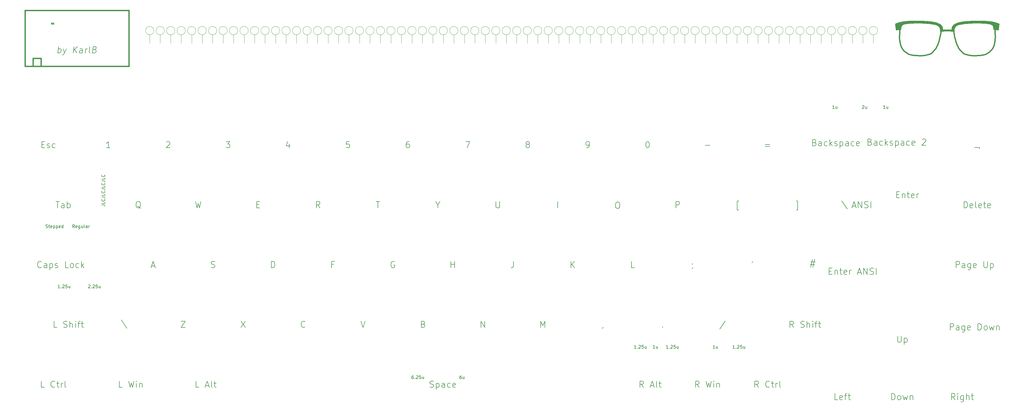
<source format=gbr>
%TF.GenerationSoftware,KiCad,Pcbnew,(5.1.7)-1*%
%TF.CreationDate,2021-02-21T21:30:35+01:00*%
%TF.ProjectId,kbic65,6b626963-3635-42e6-9b69-6361645f7063,rev?*%
%TF.SameCoordinates,Original*%
%TF.FileFunction,Legend,Top*%
%TF.FilePolarity,Positive*%
%FSLAX46Y46*%
G04 Gerber Fmt 4.6, Leading zero omitted, Abs format (unit mm)*
G04 Created by KiCad (PCBNEW (5.1.7)-1) date 2021-02-21 21:30:35*
%MOMM*%
%LPD*%
G01*
G04 APERTURE LIST*
%ADD10C,0.100000*%
%ADD11C,0.150000*%
%ADD12C,0.200000*%
%ADD13C,0.400000*%
%ADD14C,0.120000*%
%ADD15C,0.381000*%
%ADD16C,0.254000*%
G04 APERTURE END LIST*
D10*
G36*
X333094999Y-44540000D02*
G01*
X334714999Y-44580000D01*
X337144999Y-44920000D01*
X338174999Y-45170000D01*
X338734999Y-45430000D01*
X339384999Y-45850000D01*
X339784999Y-46500000D01*
X339844999Y-47050000D01*
X339794999Y-47810000D01*
X339174999Y-47830000D01*
X339124999Y-47500000D01*
X339064999Y-47040000D01*
X338954999Y-46710000D01*
X338804999Y-46420000D01*
X338514999Y-46160000D01*
X338154999Y-45910000D01*
X337664999Y-45700000D01*
X337184999Y-45590000D01*
X335514999Y-45390000D01*
X332674999Y-45190000D01*
X331464999Y-45210000D01*
X329424999Y-45290000D01*
X328014999Y-45440000D01*
X327614999Y-45560000D01*
X327144999Y-45730000D01*
X327004999Y-45880000D01*
X326654999Y-46360000D01*
X326614999Y-47240000D01*
X325024999Y-47380000D01*
X324794999Y-45450000D01*
X325244999Y-45300000D01*
X326344999Y-44920000D01*
X327504999Y-44700000D01*
X328824999Y-44550000D01*
X330304999Y-44490000D01*
X333094999Y-44540000D01*
G37*
X333094999Y-44540000D02*
X334714999Y-44580000D01*
X337144999Y-44920000D01*
X338174999Y-45170000D01*
X338734999Y-45430000D01*
X339384999Y-45850000D01*
X339784999Y-46500000D01*
X339844999Y-47050000D01*
X339794999Y-47810000D01*
X339174999Y-47830000D01*
X339124999Y-47500000D01*
X339064999Y-47040000D01*
X338954999Y-46710000D01*
X338804999Y-46420000D01*
X338514999Y-46160000D01*
X338154999Y-45910000D01*
X337664999Y-45700000D01*
X337184999Y-45590000D01*
X335514999Y-45390000D01*
X332674999Y-45190000D01*
X331464999Y-45210000D01*
X329424999Y-45290000D01*
X328014999Y-45440000D01*
X327614999Y-45560000D01*
X327144999Y-45730000D01*
X327004999Y-45880000D01*
X326654999Y-46360000D01*
X326614999Y-47240000D01*
X325024999Y-47380000D01*
X324794999Y-45450000D01*
X325244999Y-45300000D01*
X326344999Y-44920000D01*
X327504999Y-44700000D01*
X328824999Y-44550000D01*
X330304999Y-44490000D01*
X333094999Y-44540000D01*
D11*
X72477380Y-103044047D02*
X73191666Y-103044047D01*
X73334523Y-103091666D01*
X73429761Y-103186904D01*
X73477380Y-103329761D01*
X73477380Y-103425000D01*
X73477380Y-102091666D02*
X73477380Y-102567857D01*
X72477380Y-102567857D01*
X73382142Y-101186904D02*
X73429761Y-101234523D01*
X73477380Y-101377380D01*
X73477380Y-101472619D01*
X73429761Y-101615476D01*
X73334523Y-101710714D01*
X73239285Y-101758333D01*
X73048809Y-101805952D01*
X72905952Y-101805952D01*
X72715476Y-101758333D01*
X72620238Y-101710714D01*
X72525000Y-101615476D01*
X72477380Y-101472619D01*
X72477380Y-101377380D01*
X72525000Y-101234523D01*
X72572619Y-101186904D01*
X72477380Y-100472619D02*
X73191666Y-100472619D01*
X73334523Y-100520238D01*
X73429761Y-100615476D01*
X73477380Y-100758333D01*
X73477380Y-100853571D01*
X73477380Y-99520238D02*
X73477380Y-99996428D01*
X72477380Y-99996428D01*
X73382142Y-98615476D02*
X73429761Y-98663095D01*
X73477380Y-98805952D01*
X73477380Y-98901190D01*
X73429761Y-99044047D01*
X73334523Y-99139285D01*
X73239285Y-99186904D01*
X73048809Y-99234523D01*
X72905952Y-99234523D01*
X72715476Y-99186904D01*
X72620238Y-99139285D01*
X72525000Y-99044047D01*
X72477380Y-98901190D01*
X72477380Y-98805952D01*
X72525000Y-98663095D01*
X72572619Y-98615476D01*
X72477380Y-97901190D02*
X73191666Y-97901190D01*
X73334523Y-97948809D01*
X73429761Y-98044047D01*
X73477380Y-98186904D01*
X73477380Y-98282142D01*
X73477380Y-96948809D02*
X73477380Y-97425000D01*
X72477380Y-97425000D01*
X73382142Y-96044047D02*
X73429761Y-96091666D01*
X73477380Y-96234523D01*
X73477380Y-96329761D01*
X73429761Y-96472619D01*
X73334523Y-96567857D01*
X73239285Y-96615476D01*
X73048809Y-96663095D01*
X72905952Y-96663095D01*
X72715476Y-96615476D01*
X72620238Y-96567857D01*
X72525000Y-96472619D01*
X72477380Y-96329761D01*
X72477380Y-96234523D01*
X72525000Y-96091666D01*
X72572619Y-96044047D01*
X72477380Y-95329761D02*
X73191666Y-95329761D01*
X73334523Y-95377380D01*
X73429761Y-95472619D01*
X73477380Y-95615476D01*
X73477380Y-95710714D01*
X73477380Y-94377380D02*
X73477380Y-94853571D01*
X72477380Y-94853571D01*
X73382142Y-93472619D02*
X73429761Y-93520238D01*
X73477380Y-93663095D01*
X73477380Y-93758333D01*
X73429761Y-93901190D01*
X73334523Y-93996428D01*
X73239285Y-94044047D01*
X73048809Y-94091666D01*
X72905952Y-94091666D01*
X72715476Y-94044047D01*
X72620238Y-93996428D01*
X72525000Y-93901190D01*
X72477380Y-93758333D01*
X72477380Y-93663095D01*
X72525000Y-93520238D01*
X72572619Y-93472619D01*
D12*
X58558154Y-54654761D02*
X58808154Y-52654761D01*
X58712916Y-53416666D02*
X58915297Y-53321428D01*
X59296250Y-53321428D01*
X59474821Y-53416666D01*
X59558154Y-53511904D01*
X59629583Y-53702380D01*
X59558154Y-54273809D01*
X59439107Y-54464285D01*
X59331964Y-54559523D01*
X59129583Y-54654761D01*
X58748630Y-54654761D01*
X58570059Y-54559523D01*
X60343869Y-53321428D02*
X60653392Y-54654761D01*
X61296250Y-53321428D02*
X60653392Y-54654761D01*
X60403392Y-55130952D01*
X60296250Y-55226190D01*
X60093869Y-55321428D01*
X63415297Y-54654761D02*
X63665297Y-52654761D01*
X64558154Y-54654761D02*
X63843869Y-53511904D01*
X64808154Y-52654761D02*
X63522440Y-53797619D01*
X66272440Y-54654761D02*
X66403392Y-53607142D01*
X66331964Y-53416666D01*
X66153392Y-53321428D01*
X65772440Y-53321428D01*
X65570059Y-53416666D01*
X66284345Y-54559523D02*
X66081964Y-54654761D01*
X65605773Y-54654761D01*
X65427202Y-54559523D01*
X65355773Y-54369047D01*
X65379583Y-54178571D01*
X65498630Y-53988095D01*
X65701011Y-53892857D01*
X66177202Y-53892857D01*
X66379583Y-53797619D01*
X67224821Y-54654761D02*
X67391488Y-53321428D01*
X67343869Y-53702380D02*
X67462916Y-53511904D01*
X67570059Y-53416666D01*
X67772440Y-53321428D01*
X67962916Y-53321428D01*
X68748630Y-54654761D02*
X68570059Y-54559523D01*
X68498630Y-54369047D01*
X68712916Y-52654761D01*
X70308154Y-53607142D02*
X70581964Y-53702380D01*
X70665297Y-53797619D01*
X70736726Y-53988095D01*
X70701011Y-54273809D01*
X70581964Y-54464285D01*
X70474821Y-54559523D01*
X70272440Y-54654761D01*
X69510535Y-54654761D01*
X69760535Y-52654761D01*
X70427202Y-52654761D01*
X70605773Y-52750000D01*
X70689107Y-52845238D01*
X70760535Y-53035714D01*
X70736726Y-53226190D01*
X70617678Y-53416666D01*
X70510535Y-53511904D01*
X70308154Y-53607142D01*
X69641488Y-53607142D01*
X325548809Y-144734761D02*
X325548809Y-146353809D01*
X325644047Y-146544285D01*
X325739285Y-146639523D01*
X325929761Y-146734761D01*
X326310714Y-146734761D01*
X326501190Y-146639523D01*
X326596428Y-146544285D01*
X326691666Y-146353809D01*
X326691666Y-144734761D01*
X327644047Y-145401428D02*
X327644047Y-147401428D01*
X327644047Y-145496666D02*
X327834523Y-145401428D01*
X328215476Y-145401428D01*
X328405952Y-145496666D01*
X328501190Y-145591904D01*
X328596428Y-145782380D01*
X328596428Y-146353809D01*
X328501190Y-146544285D01*
X328405952Y-146639523D01*
X328215476Y-146734761D01*
X327834523Y-146734761D01*
X327644047Y-146639523D01*
X323594047Y-165008511D02*
X323594047Y-163008511D01*
X324070238Y-163008511D01*
X324355952Y-163103750D01*
X324546428Y-163294226D01*
X324641666Y-163484702D01*
X324736904Y-163865654D01*
X324736904Y-164151369D01*
X324641666Y-164532321D01*
X324546428Y-164722797D01*
X324355952Y-164913273D01*
X324070238Y-165008511D01*
X323594047Y-165008511D01*
X325879761Y-165008511D02*
X325689285Y-164913273D01*
X325594047Y-164818035D01*
X325498809Y-164627559D01*
X325498809Y-164056130D01*
X325594047Y-163865654D01*
X325689285Y-163770416D01*
X325879761Y-163675178D01*
X326165476Y-163675178D01*
X326355952Y-163770416D01*
X326451190Y-163865654D01*
X326546428Y-164056130D01*
X326546428Y-164627559D01*
X326451190Y-164818035D01*
X326355952Y-164913273D01*
X326165476Y-165008511D01*
X325879761Y-165008511D01*
X327213095Y-163675178D02*
X327594047Y-165008511D01*
X327975000Y-164056130D01*
X328355952Y-165008511D01*
X328736904Y-163675178D01*
X329498809Y-163675178D02*
X329498809Y-165008511D01*
X329498809Y-163865654D02*
X329594047Y-163770416D01*
X329784523Y-163675178D01*
X330070238Y-163675178D01*
X330260714Y-163770416D01*
X330355952Y-163960892D01*
X330355952Y-165008511D01*
X343786904Y-165008511D02*
X343120238Y-164056130D01*
X342644047Y-165008511D02*
X342644047Y-163008511D01*
X343405952Y-163008511D01*
X343596428Y-163103750D01*
X343691666Y-163198988D01*
X343786904Y-163389464D01*
X343786904Y-163675178D01*
X343691666Y-163865654D01*
X343596428Y-163960892D01*
X343405952Y-164056130D01*
X342644047Y-164056130D01*
X344644047Y-165008511D02*
X344644047Y-163675178D01*
X344644047Y-163008511D02*
X344548809Y-163103750D01*
X344644047Y-163198988D01*
X344739285Y-163103750D01*
X344644047Y-163008511D01*
X344644047Y-163198988D01*
X346453571Y-163675178D02*
X346453571Y-165294226D01*
X346358333Y-165484702D01*
X346263095Y-165579940D01*
X346072619Y-165675178D01*
X345786904Y-165675178D01*
X345596428Y-165579940D01*
X346453571Y-164913273D02*
X346263095Y-165008511D01*
X345882142Y-165008511D01*
X345691666Y-164913273D01*
X345596428Y-164818035D01*
X345501190Y-164627559D01*
X345501190Y-164056130D01*
X345596428Y-163865654D01*
X345691666Y-163770416D01*
X345882142Y-163675178D01*
X346263095Y-163675178D01*
X346453571Y-163770416D01*
X347405952Y-165008511D02*
X347405952Y-163008511D01*
X348263095Y-165008511D02*
X348263095Y-163960892D01*
X348167857Y-163770416D01*
X347977380Y-163675178D01*
X347691666Y-163675178D01*
X347501190Y-163770416D01*
X347405952Y-163865654D01*
X348929761Y-163675178D02*
X349691666Y-163675178D01*
X349215476Y-163008511D02*
X349215476Y-164722797D01*
X349310714Y-164913273D01*
X349501190Y-165008511D01*
X349691666Y-165008511D01*
X306544047Y-165008511D02*
X305591666Y-165008511D01*
X305591666Y-163008511D01*
X307972619Y-164913273D02*
X307782142Y-165008511D01*
X307401190Y-165008511D01*
X307210714Y-164913273D01*
X307115476Y-164722797D01*
X307115476Y-163960892D01*
X307210714Y-163770416D01*
X307401190Y-163675178D01*
X307782142Y-163675178D01*
X307972619Y-163770416D01*
X308067857Y-163960892D01*
X308067857Y-164151369D01*
X307115476Y-164341845D01*
X308639285Y-163675178D02*
X309401190Y-163675178D01*
X308925000Y-165008511D02*
X308925000Y-163294226D01*
X309020238Y-163103750D01*
X309210714Y-163008511D01*
X309401190Y-163008511D01*
X309782142Y-163675178D02*
X310544047Y-163675178D01*
X310067857Y-163008511D02*
X310067857Y-164722797D01*
X310163095Y-164913273D01*
X310353571Y-165008511D01*
X310544047Y-165008511D01*
X262415833Y-161057261D02*
X261749166Y-160104880D01*
X261272976Y-161057261D02*
X261272976Y-159057261D01*
X262034880Y-159057261D01*
X262225357Y-159152500D01*
X262320595Y-159247738D01*
X262415833Y-159438214D01*
X262415833Y-159723928D01*
X262320595Y-159914404D01*
X262225357Y-160009642D01*
X262034880Y-160104880D01*
X261272976Y-160104880D01*
X264606309Y-159057261D02*
X265082500Y-161057261D01*
X265463452Y-159628690D01*
X265844404Y-161057261D01*
X266320595Y-159057261D01*
X267082500Y-161057261D02*
X267082500Y-159723928D01*
X267082500Y-159057261D02*
X266987261Y-159152500D01*
X267082500Y-159247738D01*
X267177738Y-159152500D01*
X267082500Y-159057261D01*
X267082500Y-159247738D01*
X268034880Y-159723928D02*
X268034880Y-161057261D01*
X268034880Y-159914404D02*
X268130119Y-159819166D01*
X268320595Y-159723928D01*
X268606309Y-159723928D01*
X268796785Y-159819166D01*
X268892023Y-160009642D01*
X268892023Y-161057261D01*
X79059583Y-161057261D02*
X78107202Y-161057261D01*
X78107202Y-159057261D01*
X81059583Y-159057261D02*
X81535773Y-161057261D01*
X81916726Y-159628690D01*
X82297678Y-161057261D01*
X82773869Y-159057261D01*
X83535773Y-161057261D02*
X83535773Y-159723928D01*
X83535773Y-159057261D02*
X83440535Y-159152500D01*
X83535773Y-159247738D01*
X83631011Y-159152500D01*
X83535773Y-159057261D01*
X83535773Y-159247738D01*
X84488154Y-159723928D02*
X84488154Y-161057261D01*
X84488154Y-159914404D02*
X84583392Y-159819166D01*
X84773869Y-159723928D01*
X85059583Y-159723928D01*
X85250059Y-159819166D01*
X85345297Y-160009642D01*
X85345297Y-161057261D01*
X176849761Y-160962023D02*
X177135476Y-161057261D01*
X177611666Y-161057261D01*
X177802142Y-160962023D01*
X177897380Y-160866785D01*
X177992619Y-160676309D01*
X177992619Y-160485833D01*
X177897380Y-160295357D01*
X177802142Y-160200119D01*
X177611666Y-160104880D01*
X177230714Y-160009642D01*
X177040238Y-159914404D01*
X176945000Y-159819166D01*
X176849761Y-159628690D01*
X176849761Y-159438214D01*
X176945000Y-159247738D01*
X177040238Y-159152500D01*
X177230714Y-159057261D01*
X177706904Y-159057261D01*
X177992619Y-159152500D01*
X178849761Y-159723928D02*
X178849761Y-161723928D01*
X178849761Y-159819166D02*
X179040238Y-159723928D01*
X179421190Y-159723928D01*
X179611666Y-159819166D01*
X179706904Y-159914404D01*
X179802142Y-160104880D01*
X179802142Y-160676309D01*
X179706904Y-160866785D01*
X179611666Y-160962023D01*
X179421190Y-161057261D01*
X179040238Y-161057261D01*
X178849761Y-160962023D01*
X181516428Y-161057261D02*
X181516428Y-160009642D01*
X181421190Y-159819166D01*
X181230714Y-159723928D01*
X180849761Y-159723928D01*
X180659285Y-159819166D01*
X181516428Y-160962023D02*
X181325952Y-161057261D01*
X180849761Y-161057261D01*
X180659285Y-160962023D01*
X180564047Y-160771547D01*
X180564047Y-160581071D01*
X180659285Y-160390595D01*
X180849761Y-160295357D01*
X181325952Y-160295357D01*
X181516428Y-160200119D01*
X183325952Y-160962023D02*
X183135476Y-161057261D01*
X182754523Y-161057261D01*
X182564047Y-160962023D01*
X182468809Y-160866785D01*
X182373571Y-160676309D01*
X182373571Y-160104880D01*
X182468809Y-159914404D01*
X182564047Y-159819166D01*
X182754523Y-159723928D01*
X183135476Y-159723928D01*
X183325952Y-159819166D01*
X184945000Y-160962023D02*
X184754523Y-161057261D01*
X184373571Y-161057261D01*
X184183095Y-160962023D01*
X184087857Y-160771547D01*
X184087857Y-160009642D01*
X184183095Y-159819166D01*
X184373571Y-159723928D01*
X184754523Y-159723928D01*
X184945000Y-159819166D01*
X185040238Y-160009642D01*
X185040238Y-160200119D01*
X184087857Y-160390595D01*
X103443511Y-161057261D02*
X102491130Y-161057261D01*
X102491130Y-159057261D01*
X105538750Y-160485833D02*
X106491130Y-160485833D01*
X105348273Y-161057261D02*
X106014940Y-159057261D01*
X106681607Y-161057261D01*
X107633988Y-161057261D02*
X107443511Y-160962023D01*
X107348273Y-160771547D01*
X107348273Y-159057261D01*
X108110178Y-159723928D02*
X108872083Y-159723928D01*
X108395892Y-159057261D02*
X108395892Y-160771547D01*
X108491130Y-160962023D01*
X108681607Y-161057261D01*
X108872083Y-161057261D01*
X54262857Y-161057261D02*
X53310476Y-161057261D01*
X53310476Y-159057261D01*
X57596190Y-160866785D02*
X57500952Y-160962023D01*
X57215238Y-161057261D01*
X57024761Y-161057261D01*
X56739047Y-160962023D01*
X56548571Y-160771547D01*
X56453333Y-160581071D01*
X56358095Y-160200119D01*
X56358095Y-159914404D01*
X56453333Y-159533452D01*
X56548571Y-159342976D01*
X56739047Y-159152500D01*
X57024761Y-159057261D01*
X57215238Y-159057261D01*
X57500952Y-159152500D01*
X57596190Y-159247738D01*
X58167619Y-159723928D02*
X58929523Y-159723928D01*
X58453333Y-159057261D02*
X58453333Y-160771547D01*
X58548571Y-160962023D01*
X58739047Y-161057261D01*
X58929523Y-161057261D01*
X59596190Y-161057261D02*
X59596190Y-159723928D01*
X59596190Y-160104880D02*
X59691428Y-159914404D01*
X59786666Y-159819166D01*
X59977142Y-159723928D01*
X60167619Y-159723928D01*
X61120000Y-161057261D02*
X60929523Y-160962023D01*
X60834285Y-160771547D01*
X60834285Y-159057261D01*
X281275357Y-161057261D02*
X280608690Y-160104880D01*
X280132500Y-161057261D02*
X280132500Y-159057261D01*
X280894404Y-159057261D01*
X281084880Y-159152500D01*
X281180119Y-159247738D01*
X281275357Y-159438214D01*
X281275357Y-159723928D01*
X281180119Y-159914404D01*
X281084880Y-160009642D01*
X280894404Y-160104880D01*
X280132500Y-160104880D01*
X284799166Y-160866785D02*
X284703928Y-160962023D01*
X284418214Y-161057261D01*
X284227738Y-161057261D01*
X283942023Y-160962023D01*
X283751547Y-160771547D01*
X283656309Y-160581071D01*
X283561071Y-160200119D01*
X283561071Y-159914404D01*
X283656309Y-159533452D01*
X283751547Y-159342976D01*
X283942023Y-159152500D01*
X284227738Y-159057261D01*
X284418214Y-159057261D01*
X284703928Y-159152500D01*
X284799166Y-159247738D01*
X285370595Y-159723928D02*
X286132500Y-159723928D01*
X285656309Y-159057261D02*
X285656309Y-160771547D01*
X285751547Y-160962023D01*
X285942023Y-161057261D01*
X286132500Y-161057261D01*
X286799166Y-161057261D02*
X286799166Y-159723928D01*
X286799166Y-160104880D02*
X286894404Y-159914404D01*
X286989642Y-159819166D01*
X287180119Y-159723928D01*
X287370595Y-159723928D01*
X288322976Y-161057261D02*
X288132500Y-160962023D01*
X288037261Y-160771547D01*
X288037261Y-159057261D01*
X244731011Y-161057261D02*
X244064345Y-160104880D01*
X243588154Y-161057261D02*
X243588154Y-159057261D01*
X244350059Y-159057261D01*
X244540535Y-159152500D01*
X244635773Y-159247738D01*
X244731011Y-159438214D01*
X244731011Y-159723928D01*
X244635773Y-159914404D01*
X244540535Y-160009642D01*
X244350059Y-160104880D01*
X243588154Y-160104880D01*
X247016726Y-160485833D02*
X247969107Y-160485833D01*
X246826250Y-161057261D02*
X247492916Y-159057261D01*
X248159583Y-161057261D01*
X249111964Y-161057261D02*
X248921488Y-160962023D01*
X248826250Y-160771547D01*
X248826250Y-159057261D01*
X249588154Y-159723928D02*
X250350059Y-159723928D01*
X249873869Y-159057261D02*
X249873869Y-160771547D01*
X249969107Y-160962023D01*
X250159583Y-161057261D01*
X250350059Y-161057261D01*
X97738333Y-139997261D02*
X99071666Y-139997261D01*
X97738333Y-141997261D01*
X99071666Y-141997261D01*
X58273452Y-141997261D02*
X57321071Y-141997261D01*
X57321071Y-139997261D01*
X60368690Y-141902023D02*
X60654404Y-141997261D01*
X61130595Y-141997261D01*
X61321071Y-141902023D01*
X61416309Y-141806785D01*
X61511547Y-141616309D01*
X61511547Y-141425833D01*
X61416309Y-141235357D01*
X61321071Y-141140119D01*
X61130595Y-141044880D01*
X60749642Y-140949642D01*
X60559166Y-140854404D01*
X60463928Y-140759166D01*
X60368690Y-140568690D01*
X60368690Y-140378214D01*
X60463928Y-140187738D01*
X60559166Y-140092500D01*
X60749642Y-139997261D01*
X61225833Y-139997261D01*
X61511547Y-140092500D01*
X62368690Y-141997261D02*
X62368690Y-139997261D01*
X63225833Y-141997261D02*
X63225833Y-140949642D01*
X63130595Y-140759166D01*
X62940119Y-140663928D01*
X62654404Y-140663928D01*
X62463928Y-140759166D01*
X62368690Y-140854404D01*
X64178214Y-141997261D02*
X64178214Y-140663928D01*
X64178214Y-139997261D02*
X64082976Y-140092500D01*
X64178214Y-140187738D01*
X64273452Y-140092500D01*
X64178214Y-139997261D01*
X64178214Y-140187738D01*
X64844880Y-140663928D02*
X65606785Y-140663928D01*
X65130595Y-141997261D02*
X65130595Y-140282976D01*
X65225833Y-140092500D01*
X65416309Y-139997261D01*
X65606785Y-139997261D01*
X65987738Y-140663928D02*
X66749642Y-140663928D01*
X66273452Y-139997261D02*
X66273452Y-141711547D01*
X66368690Y-141902023D01*
X66559166Y-141997261D01*
X66749642Y-141997261D01*
X78732857Y-139624285D02*
X80447142Y-142195714D01*
X250805000Y-141806785D02*
X250900238Y-141902023D01*
X250805000Y-141997261D01*
X250709761Y-141902023D01*
X250805000Y-141806785D01*
X250805000Y-141997261D01*
X270712142Y-139902023D02*
X268997857Y-142473452D01*
X292429702Y-141997261D02*
X291763035Y-141044880D01*
X291286845Y-141997261D02*
X291286845Y-139997261D01*
X292048750Y-139997261D01*
X292239226Y-140092500D01*
X292334464Y-140187738D01*
X292429702Y-140378214D01*
X292429702Y-140663928D01*
X292334464Y-140854404D01*
X292239226Y-140949642D01*
X292048750Y-141044880D01*
X291286845Y-141044880D01*
X294715416Y-141902023D02*
X295001130Y-141997261D01*
X295477321Y-141997261D01*
X295667797Y-141902023D01*
X295763035Y-141806785D01*
X295858273Y-141616309D01*
X295858273Y-141425833D01*
X295763035Y-141235357D01*
X295667797Y-141140119D01*
X295477321Y-141044880D01*
X295096369Y-140949642D01*
X294905892Y-140854404D01*
X294810654Y-140759166D01*
X294715416Y-140568690D01*
X294715416Y-140378214D01*
X294810654Y-140187738D01*
X294905892Y-140092500D01*
X295096369Y-139997261D01*
X295572559Y-139997261D01*
X295858273Y-140092500D01*
X296715416Y-141997261D02*
X296715416Y-139997261D01*
X297572559Y-141997261D02*
X297572559Y-140949642D01*
X297477321Y-140759166D01*
X297286845Y-140663928D01*
X297001130Y-140663928D01*
X296810654Y-140759166D01*
X296715416Y-140854404D01*
X298524940Y-141997261D02*
X298524940Y-140663928D01*
X298524940Y-139997261D02*
X298429702Y-140092500D01*
X298524940Y-140187738D01*
X298620178Y-140092500D01*
X298524940Y-139997261D01*
X298524940Y-140187738D01*
X299191607Y-140663928D02*
X299953511Y-140663928D01*
X299477321Y-141997261D02*
X299477321Y-140282976D01*
X299572559Y-140092500D01*
X299763035Y-139997261D01*
X299953511Y-139997261D01*
X300334464Y-140663928D02*
X301096369Y-140663928D01*
X300620178Y-139997261D02*
X300620178Y-141711547D01*
X300715416Y-141902023D01*
X300905892Y-141997261D01*
X301096369Y-141997261D01*
X342214226Y-142791011D02*
X342214226Y-140791011D01*
X342976130Y-140791011D01*
X343166607Y-140886250D01*
X343261845Y-140981488D01*
X343357083Y-141171964D01*
X343357083Y-141457678D01*
X343261845Y-141648154D01*
X343166607Y-141743392D01*
X342976130Y-141838630D01*
X342214226Y-141838630D01*
X345071369Y-142791011D02*
X345071369Y-141743392D01*
X344976130Y-141552916D01*
X344785654Y-141457678D01*
X344404702Y-141457678D01*
X344214226Y-141552916D01*
X345071369Y-142695773D02*
X344880892Y-142791011D01*
X344404702Y-142791011D01*
X344214226Y-142695773D01*
X344118988Y-142505297D01*
X344118988Y-142314821D01*
X344214226Y-142124345D01*
X344404702Y-142029107D01*
X344880892Y-142029107D01*
X345071369Y-141933869D01*
X346880892Y-141457678D02*
X346880892Y-143076726D01*
X346785654Y-143267202D01*
X346690416Y-143362440D01*
X346499940Y-143457678D01*
X346214226Y-143457678D01*
X346023750Y-143362440D01*
X346880892Y-142695773D02*
X346690416Y-142791011D01*
X346309464Y-142791011D01*
X346118988Y-142695773D01*
X346023750Y-142600535D01*
X345928511Y-142410059D01*
X345928511Y-141838630D01*
X346023750Y-141648154D01*
X346118988Y-141552916D01*
X346309464Y-141457678D01*
X346690416Y-141457678D01*
X346880892Y-141552916D01*
X348595178Y-142695773D02*
X348404702Y-142791011D01*
X348023750Y-142791011D01*
X347833273Y-142695773D01*
X347738035Y-142505297D01*
X347738035Y-141743392D01*
X347833273Y-141552916D01*
X348023750Y-141457678D01*
X348404702Y-141457678D01*
X348595178Y-141552916D01*
X348690416Y-141743392D01*
X348690416Y-141933869D01*
X347738035Y-142124345D01*
X351071369Y-142791011D02*
X351071369Y-140791011D01*
X351547559Y-140791011D01*
X351833273Y-140886250D01*
X352023750Y-141076726D01*
X352118988Y-141267202D01*
X352214226Y-141648154D01*
X352214226Y-141933869D01*
X352118988Y-142314821D01*
X352023750Y-142505297D01*
X351833273Y-142695773D01*
X351547559Y-142791011D01*
X351071369Y-142791011D01*
X353357083Y-142791011D02*
X353166607Y-142695773D01*
X353071369Y-142600535D01*
X352976130Y-142410059D01*
X352976130Y-141838630D01*
X353071369Y-141648154D01*
X353166607Y-141552916D01*
X353357083Y-141457678D01*
X353642797Y-141457678D01*
X353833273Y-141552916D01*
X353928511Y-141648154D01*
X354023750Y-141838630D01*
X354023750Y-142410059D01*
X353928511Y-142600535D01*
X353833273Y-142695773D01*
X353642797Y-142791011D01*
X353357083Y-142791011D01*
X354690416Y-141457678D02*
X355071369Y-142791011D01*
X355452321Y-141838630D01*
X355833273Y-142791011D01*
X356214226Y-141457678D01*
X356976130Y-141457678D02*
X356976130Y-142791011D01*
X356976130Y-141648154D02*
X357071369Y-141552916D01*
X357261845Y-141457678D01*
X357547559Y-141457678D01*
X357738035Y-141552916D01*
X357833273Y-141743392D01*
X357833273Y-142791011D01*
X231850238Y-141902023D02*
X231850238Y-141997261D01*
X231755000Y-142187738D01*
X231659761Y-142282976D01*
X116788333Y-139997261D02*
X118121666Y-141997261D01*
X118121666Y-139997261D02*
X116788333Y-141997261D01*
X137124047Y-141806785D02*
X137028809Y-141902023D01*
X136743095Y-141997261D01*
X136552619Y-141997261D01*
X136266904Y-141902023D01*
X136076428Y-141711547D01*
X135981190Y-141521071D01*
X135885952Y-141140119D01*
X135885952Y-140854404D01*
X135981190Y-140473452D01*
X136076428Y-140282976D01*
X136266904Y-140092500D01*
X136552619Y-139997261D01*
X136743095Y-139997261D01*
X137028809Y-140092500D01*
X137124047Y-140187738D01*
X154888333Y-139997261D02*
X155555000Y-141997261D01*
X156221666Y-139997261D01*
X174747857Y-140949642D02*
X175033571Y-141044880D01*
X175128809Y-141140119D01*
X175224047Y-141330595D01*
X175224047Y-141616309D01*
X175128809Y-141806785D01*
X175033571Y-141902023D01*
X174843095Y-141997261D01*
X174081190Y-141997261D01*
X174081190Y-139997261D01*
X174747857Y-139997261D01*
X174938333Y-140092500D01*
X175033571Y-140187738D01*
X175128809Y-140378214D01*
X175128809Y-140568690D01*
X175033571Y-140759166D01*
X174938333Y-140854404D01*
X174747857Y-140949642D01*
X174081190Y-140949642D01*
X193083571Y-141997261D02*
X193083571Y-139997261D01*
X194226428Y-141997261D01*
X194226428Y-139997261D01*
X212038333Y-141997261D02*
X212038333Y-139997261D01*
X212705000Y-141425833D01*
X213371666Y-139997261D01*
X213371666Y-141997261D01*
X53328392Y-122786785D02*
X53233154Y-122882023D01*
X52947440Y-122977261D01*
X52756964Y-122977261D01*
X52471250Y-122882023D01*
X52280773Y-122691547D01*
X52185535Y-122501071D01*
X52090297Y-122120119D01*
X52090297Y-121834404D01*
X52185535Y-121453452D01*
X52280773Y-121262976D01*
X52471250Y-121072500D01*
X52756964Y-120977261D01*
X52947440Y-120977261D01*
X53233154Y-121072500D01*
X53328392Y-121167738D01*
X55042678Y-122977261D02*
X55042678Y-121929642D01*
X54947440Y-121739166D01*
X54756964Y-121643928D01*
X54376011Y-121643928D01*
X54185535Y-121739166D01*
X55042678Y-122882023D02*
X54852202Y-122977261D01*
X54376011Y-122977261D01*
X54185535Y-122882023D01*
X54090297Y-122691547D01*
X54090297Y-122501071D01*
X54185535Y-122310595D01*
X54376011Y-122215357D01*
X54852202Y-122215357D01*
X55042678Y-122120119D01*
X55995059Y-121643928D02*
X55995059Y-123643928D01*
X55995059Y-121739166D02*
X56185535Y-121643928D01*
X56566488Y-121643928D01*
X56756964Y-121739166D01*
X56852202Y-121834404D01*
X56947440Y-122024880D01*
X56947440Y-122596309D01*
X56852202Y-122786785D01*
X56756964Y-122882023D01*
X56566488Y-122977261D01*
X56185535Y-122977261D01*
X55995059Y-122882023D01*
X57709345Y-122882023D02*
X57899821Y-122977261D01*
X58280773Y-122977261D01*
X58471250Y-122882023D01*
X58566488Y-122691547D01*
X58566488Y-122596309D01*
X58471250Y-122405833D01*
X58280773Y-122310595D01*
X57995059Y-122310595D01*
X57804583Y-122215357D01*
X57709345Y-122024880D01*
X57709345Y-121929642D01*
X57804583Y-121739166D01*
X57995059Y-121643928D01*
X58280773Y-121643928D01*
X58471250Y-121739166D01*
X61899821Y-122977261D02*
X60947440Y-122977261D01*
X60947440Y-120977261D01*
X62852202Y-122977261D02*
X62661726Y-122882023D01*
X62566488Y-122786785D01*
X62471250Y-122596309D01*
X62471250Y-122024880D01*
X62566488Y-121834404D01*
X62661726Y-121739166D01*
X62852202Y-121643928D01*
X63137916Y-121643928D01*
X63328392Y-121739166D01*
X63423630Y-121834404D01*
X63518869Y-122024880D01*
X63518869Y-122596309D01*
X63423630Y-122786785D01*
X63328392Y-122882023D01*
X63137916Y-122977261D01*
X62852202Y-122977261D01*
X65233154Y-122882023D02*
X65042678Y-122977261D01*
X64661726Y-122977261D01*
X64471250Y-122882023D01*
X64376011Y-122786785D01*
X64280773Y-122596309D01*
X64280773Y-122024880D01*
X64376011Y-121834404D01*
X64471250Y-121739166D01*
X64661726Y-121643928D01*
X65042678Y-121643928D01*
X65233154Y-121739166D01*
X66090297Y-122977261D02*
X66090297Y-120977261D01*
X66280773Y-122215357D02*
X66852202Y-122977261D01*
X66852202Y-121643928D02*
X66090297Y-122405833D01*
X183518571Y-122977261D02*
X183518571Y-120977261D01*
X183518571Y-121929642D02*
X184661428Y-121929642D01*
X184661428Y-122977261D02*
X184661428Y-120977261D01*
X344078988Y-122977261D02*
X344078988Y-120977261D01*
X344840892Y-120977261D01*
X345031369Y-121072500D01*
X345126607Y-121167738D01*
X345221845Y-121358214D01*
X345221845Y-121643928D01*
X345126607Y-121834404D01*
X345031369Y-121929642D01*
X344840892Y-122024880D01*
X344078988Y-122024880D01*
X346936130Y-122977261D02*
X346936130Y-121929642D01*
X346840892Y-121739166D01*
X346650416Y-121643928D01*
X346269464Y-121643928D01*
X346078988Y-121739166D01*
X346936130Y-122882023D02*
X346745654Y-122977261D01*
X346269464Y-122977261D01*
X346078988Y-122882023D01*
X345983750Y-122691547D01*
X345983750Y-122501071D01*
X346078988Y-122310595D01*
X346269464Y-122215357D01*
X346745654Y-122215357D01*
X346936130Y-122120119D01*
X348745654Y-121643928D02*
X348745654Y-123262976D01*
X348650416Y-123453452D01*
X348555178Y-123548690D01*
X348364702Y-123643928D01*
X348078988Y-123643928D01*
X347888511Y-123548690D01*
X348745654Y-122882023D02*
X348555178Y-122977261D01*
X348174226Y-122977261D01*
X347983750Y-122882023D01*
X347888511Y-122786785D01*
X347793273Y-122596309D01*
X347793273Y-122024880D01*
X347888511Y-121834404D01*
X347983750Y-121739166D01*
X348174226Y-121643928D01*
X348555178Y-121643928D01*
X348745654Y-121739166D01*
X350459940Y-122882023D02*
X350269464Y-122977261D01*
X349888511Y-122977261D01*
X349698035Y-122882023D01*
X349602797Y-122691547D01*
X349602797Y-121929642D01*
X349698035Y-121739166D01*
X349888511Y-121643928D01*
X350269464Y-121643928D01*
X350459940Y-121739166D01*
X350555178Y-121929642D01*
X350555178Y-122120119D01*
X349602797Y-122310595D01*
X352936130Y-120977261D02*
X352936130Y-122596309D01*
X353031369Y-122786785D01*
X353126607Y-122882023D01*
X353317083Y-122977261D01*
X353698035Y-122977261D01*
X353888511Y-122882023D01*
X353983750Y-122786785D01*
X354078988Y-122596309D01*
X354078988Y-120977261D01*
X355031369Y-121643928D02*
X355031369Y-123643928D01*
X355031369Y-121739166D02*
X355221845Y-121643928D01*
X355602797Y-121643928D01*
X355793273Y-121739166D01*
X355888511Y-121834404D01*
X355983750Y-122024880D01*
X355983750Y-122596309D01*
X355888511Y-122786785D01*
X355793273Y-122882023D01*
X355602797Y-122977261D01*
X355221845Y-122977261D01*
X355031369Y-122882023D01*
X165563809Y-121072500D02*
X165373333Y-120977261D01*
X165087619Y-120977261D01*
X164801904Y-121072500D01*
X164611428Y-121262976D01*
X164516190Y-121453452D01*
X164420952Y-121834404D01*
X164420952Y-122120119D01*
X164516190Y-122501071D01*
X164611428Y-122691547D01*
X164801904Y-122882023D01*
X165087619Y-122977261D01*
X165278095Y-122977261D01*
X165563809Y-122882023D01*
X165659047Y-122786785D01*
X165659047Y-122120119D01*
X165278095Y-122120119D01*
X203425714Y-120977261D02*
X203425714Y-122405833D01*
X203330476Y-122691547D01*
X203140000Y-122882023D01*
X202854285Y-122977261D01*
X202663809Y-122977261D01*
X303763809Y-124077142D02*
X304430476Y-124077142D01*
X304716190Y-125124761D02*
X303763809Y-125124761D01*
X303763809Y-123124761D01*
X304716190Y-123124761D01*
X305573333Y-123791428D02*
X305573333Y-125124761D01*
X305573333Y-123981904D02*
X305668571Y-123886666D01*
X305859047Y-123791428D01*
X306144761Y-123791428D01*
X306335238Y-123886666D01*
X306430476Y-124077142D01*
X306430476Y-125124761D01*
X307097142Y-123791428D02*
X307859047Y-123791428D01*
X307382857Y-123124761D02*
X307382857Y-124839047D01*
X307478095Y-125029523D01*
X307668571Y-125124761D01*
X307859047Y-125124761D01*
X309287619Y-125029523D02*
X309097142Y-125124761D01*
X308716190Y-125124761D01*
X308525714Y-125029523D01*
X308430476Y-124839047D01*
X308430476Y-124077142D01*
X308525714Y-123886666D01*
X308716190Y-123791428D01*
X309097142Y-123791428D01*
X309287619Y-123886666D01*
X309382857Y-124077142D01*
X309382857Y-124267619D01*
X308430476Y-124458095D01*
X310240000Y-125124761D02*
X310240000Y-123791428D01*
X310240000Y-124172380D02*
X310335238Y-123981904D01*
X310430476Y-123886666D01*
X310620952Y-123791428D01*
X310811428Y-123791428D01*
X312906666Y-124553333D02*
X313859047Y-124553333D01*
X312716190Y-125124761D02*
X313382857Y-123124761D01*
X314049523Y-125124761D01*
X314716190Y-125124761D02*
X314716190Y-123124761D01*
X315859047Y-125124761D01*
X315859047Y-123124761D01*
X316716190Y-125029523D02*
X317001904Y-125124761D01*
X317478095Y-125124761D01*
X317668571Y-125029523D01*
X317763809Y-124934285D01*
X317859047Y-124743809D01*
X317859047Y-124553333D01*
X317763809Y-124362857D01*
X317668571Y-124267619D01*
X317478095Y-124172380D01*
X317097142Y-124077142D01*
X316906666Y-123981904D01*
X316811428Y-123886666D01*
X316716190Y-123696190D01*
X316716190Y-123505714D01*
X316811428Y-123315238D01*
X316906666Y-123220000D01*
X317097142Y-123124761D01*
X317573333Y-123124761D01*
X317859047Y-123220000D01*
X318716190Y-125124761D02*
X318716190Y-123124761D01*
X260385238Y-122882023D02*
X260385238Y-122977261D01*
X260290000Y-123167738D01*
X260194761Y-123262976D01*
X260290000Y-121739166D02*
X260385238Y-121834404D01*
X260290000Y-121929642D01*
X260194761Y-121834404D01*
X260290000Y-121739166D01*
X260290000Y-121929642D01*
X241859047Y-122977261D02*
X240906666Y-122977261D01*
X240906666Y-120977261D01*
X88363809Y-122405833D02*
X89316190Y-122405833D01*
X88173333Y-122977261D02*
X88840000Y-120977261D01*
X89506666Y-122977261D01*
X126416190Y-122977261D02*
X126416190Y-120977261D01*
X126892380Y-120977261D01*
X127178095Y-121072500D01*
X127368571Y-121262976D01*
X127463809Y-121453452D01*
X127559047Y-121834404D01*
X127559047Y-122120119D01*
X127463809Y-122501071D01*
X127368571Y-122691547D01*
X127178095Y-122882023D01*
X126892380Y-122977261D01*
X126416190Y-122977261D01*
X107318571Y-122882023D02*
X107604285Y-122977261D01*
X108080476Y-122977261D01*
X108270952Y-122882023D01*
X108366190Y-122786785D01*
X108461428Y-122596309D01*
X108461428Y-122405833D01*
X108366190Y-122215357D01*
X108270952Y-122120119D01*
X108080476Y-122024880D01*
X107699523Y-121929642D01*
X107509047Y-121834404D01*
X107413809Y-121739166D01*
X107318571Y-121548690D01*
X107318571Y-121358214D01*
X107413809Y-121167738D01*
X107509047Y-121072500D01*
X107699523Y-120977261D01*
X108175714Y-120977261D01*
X108461428Y-121072500D01*
X297900952Y-121141428D02*
X299329523Y-121141428D01*
X298472380Y-120284285D02*
X297900952Y-122855714D01*
X299139047Y-121998571D02*
X297710476Y-121998571D01*
X298567619Y-122855714D02*
X299139047Y-120284285D01*
X221666190Y-122977261D02*
X221666190Y-120977261D01*
X222809047Y-122977261D02*
X221951904Y-121834404D01*
X222809047Y-120977261D02*
X221666190Y-122120119D01*
X279435238Y-120977261D02*
X279244761Y-121358214D01*
X146275714Y-121929642D02*
X145609047Y-121929642D01*
X145609047Y-122977261D02*
X145609047Y-120977261D01*
X146561428Y-120977261D01*
X121778928Y-102889642D02*
X122445595Y-102889642D01*
X122731309Y-103937261D02*
X121778928Y-103937261D01*
X121778928Y-101937261D01*
X122731309Y-101937261D01*
X307755119Y-101746785D02*
X309469404Y-104318214D01*
X311183690Y-103365833D02*
X312136071Y-103365833D01*
X310993214Y-103937261D02*
X311659880Y-101937261D01*
X312326547Y-103937261D01*
X312993214Y-103937261D02*
X312993214Y-101937261D01*
X314136071Y-103937261D01*
X314136071Y-101937261D01*
X314993214Y-103842023D02*
X315278928Y-103937261D01*
X315755119Y-103937261D01*
X315945595Y-103842023D01*
X316040833Y-103746785D01*
X316136071Y-103556309D01*
X316136071Y-103365833D01*
X316040833Y-103175357D01*
X315945595Y-103080119D01*
X315755119Y-102984880D01*
X315374166Y-102889642D01*
X315183690Y-102794404D01*
X315088452Y-102699166D01*
X314993214Y-102508690D01*
X314993214Y-102318214D01*
X315088452Y-102127738D01*
X315183690Y-102032500D01*
X315374166Y-101937261D01*
X315850357Y-101937261D01*
X316136071Y-102032500D01*
X316993214Y-103937261D02*
X316993214Y-101937261D01*
X293276547Y-104603928D02*
X293752738Y-104603928D01*
X293752738Y-101746785D01*
X293276547Y-101746785D01*
X236697976Y-104127738D02*
X236317023Y-104127738D01*
X236126547Y-104032500D01*
X235936071Y-103842023D01*
X235840833Y-103461071D01*
X235840833Y-102794404D01*
X235936071Y-102413452D01*
X236126547Y-102222976D01*
X236317023Y-102127738D01*
X236697976Y-102127738D01*
X236888452Y-102222976D01*
X237078928Y-102413452D01*
X237174166Y-102794404D01*
X237174166Y-103461071D01*
X237078928Y-103842023D01*
X236888452Y-104032500D01*
X236697976Y-104127738D01*
X57914047Y-101937261D02*
X59056904Y-101937261D01*
X58485476Y-103937261D02*
X58485476Y-101937261D01*
X60580714Y-103937261D02*
X60580714Y-102889642D01*
X60485476Y-102699166D01*
X60295000Y-102603928D01*
X59914047Y-102603928D01*
X59723571Y-102699166D01*
X60580714Y-103842023D02*
X60390238Y-103937261D01*
X59914047Y-103937261D01*
X59723571Y-103842023D01*
X59628333Y-103651547D01*
X59628333Y-103461071D01*
X59723571Y-103270595D01*
X59914047Y-103175357D01*
X60390238Y-103175357D01*
X60580714Y-103080119D01*
X61533095Y-103937261D02*
X61533095Y-101937261D01*
X61533095Y-102699166D02*
X61723571Y-102603928D01*
X62104523Y-102603928D01*
X62295000Y-102699166D01*
X62390238Y-102794404D01*
X62485476Y-102984880D01*
X62485476Y-103556309D01*
X62390238Y-103746785D01*
X62295000Y-103842023D01*
X62104523Y-103937261D01*
X61723571Y-103937261D01*
X61533095Y-103842023D01*
X217457500Y-103937261D02*
X217457500Y-101937261D01*
X325201547Y-99714642D02*
X325868214Y-99714642D01*
X326153928Y-100762261D02*
X325201547Y-100762261D01*
X325201547Y-98762261D01*
X326153928Y-98762261D01*
X327011071Y-99428928D02*
X327011071Y-100762261D01*
X327011071Y-99619404D02*
X327106309Y-99524166D01*
X327296785Y-99428928D01*
X327582500Y-99428928D01*
X327772976Y-99524166D01*
X327868214Y-99714642D01*
X327868214Y-100762261D01*
X328534880Y-99428928D02*
X329296785Y-99428928D01*
X328820595Y-98762261D02*
X328820595Y-100476547D01*
X328915833Y-100667023D01*
X329106309Y-100762261D01*
X329296785Y-100762261D01*
X330725357Y-100667023D02*
X330534880Y-100762261D01*
X330153928Y-100762261D01*
X329963452Y-100667023D01*
X329868214Y-100476547D01*
X329868214Y-99714642D01*
X329963452Y-99524166D01*
X330153928Y-99428928D01*
X330534880Y-99428928D01*
X330725357Y-99524166D01*
X330820595Y-99714642D01*
X330820595Y-99905119D01*
X329868214Y-100095595D01*
X331677738Y-100762261D02*
X331677738Y-99428928D01*
X331677738Y-99809880D02*
X331772976Y-99619404D01*
X331868214Y-99524166D01*
X332058690Y-99428928D01*
X332249166Y-99428928D01*
X102300357Y-101937261D02*
X102776547Y-103937261D01*
X103157500Y-102508690D01*
X103538452Y-103937261D01*
X104014642Y-101937261D01*
X197836071Y-101937261D02*
X197836071Y-103556309D01*
X197931309Y-103746785D01*
X198026547Y-103842023D01*
X198217023Y-103937261D01*
X198597976Y-103937261D01*
X198788452Y-103842023D01*
X198883690Y-103746785D01*
X198978928Y-103556309D01*
X198978928Y-101937261D01*
X274988452Y-104603928D02*
X274512261Y-104603928D01*
X274512261Y-101746785D01*
X274988452Y-101746785D01*
X84869404Y-104127738D02*
X84678928Y-104032500D01*
X84488452Y-103842023D01*
X84202738Y-103556309D01*
X84012261Y-103461071D01*
X83821785Y-103461071D01*
X83917023Y-103937261D02*
X83726547Y-103842023D01*
X83536071Y-103651547D01*
X83440833Y-103270595D01*
X83440833Y-102603928D01*
X83536071Y-102222976D01*
X83726547Y-102032500D01*
X83917023Y-101937261D01*
X84297976Y-101937261D01*
X84488452Y-102032500D01*
X84678928Y-102222976D01*
X84774166Y-102603928D01*
X84774166Y-103270595D01*
X84678928Y-103651547D01*
X84488452Y-103842023D01*
X84297976Y-103937261D01*
X83917023Y-103937261D01*
X346617023Y-103937261D02*
X346617023Y-101937261D01*
X347093214Y-101937261D01*
X347378928Y-102032500D01*
X347569404Y-102222976D01*
X347664642Y-102413452D01*
X347759880Y-102794404D01*
X347759880Y-103080119D01*
X347664642Y-103461071D01*
X347569404Y-103651547D01*
X347378928Y-103842023D01*
X347093214Y-103937261D01*
X346617023Y-103937261D01*
X349378928Y-103842023D02*
X349188452Y-103937261D01*
X348807500Y-103937261D01*
X348617023Y-103842023D01*
X348521785Y-103651547D01*
X348521785Y-102889642D01*
X348617023Y-102699166D01*
X348807500Y-102603928D01*
X349188452Y-102603928D01*
X349378928Y-102699166D01*
X349474166Y-102889642D01*
X349474166Y-103080119D01*
X348521785Y-103270595D01*
X350617023Y-103937261D02*
X350426547Y-103842023D01*
X350331309Y-103651547D01*
X350331309Y-101937261D01*
X352140833Y-103842023D02*
X351950357Y-103937261D01*
X351569404Y-103937261D01*
X351378928Y-103842023D01*
X351283690Y-103651547D01*
X351283690Y-102889642D01*
X351378928Y-102699166D01*
X351569404Y-102603928D01*
X351950357Y-102603928D01*
X352140833Y-102699166D01*
X352236071Y-102889642D01*
X352236071Y-103080119D01*
X351283690Y-103270595D01*
X352807500Y-102603928D02*
X353569404Y-102603928D01*
X353093214Y-101937261D02*
X353093214Y-103651547D01*
X353188452Y-103842023D01*
X353378928Y-103937261D01*
X353569404Y-103937261D01*
X354997976Y-103842023D02*
X354807500Y-103937261D01*
X354426547Y-103937261D01*
X354236071Y-103842023D01*
X354140833Y-103651547D01*
X354140833Y-102889642D01*
X354236071Y-102699166D01*
X354426547Y-102603928D01*
X354807500Y-102603928D01*
X354997976Y-102699166D01*
X355093214Y-102889642D01*
X355093214Y-103080119D01*
X354140833Y-103270595D01*
X159736071Y-101937261D02*
X160878928Y-101937261D01*
X160307500Y-103937261D02*
X160307500Y-101937261D01*
X255033690Y-103937261D02*
X255033690Y-101937261D01*
X255795595Y-101937261D01*
X255986071Y-102032500D01*
X256081309Y-102127738D01*
X256176547Y-102318214D01*
X256176547Y-102603928D01*
X256081309Y-102794404D01*
X255986071Y-102889642D01*
X255795595Y-102984880D01*
X255033690Y-102984880D01*
X141876547Y-103937261D02*
X141209880Y-102984880D01*
X140733690Y-103937261D02*
X140733690Y-101937261D01*
X141495595Y-101937261D01*
X141686071Y-102032500D01*
X141781309Y-102127738D01*
X141876547Y-102318214D01*
X141876547Y-102603928D01*
X141781309Y-102794404D01*
X141686071Y-102889642D01*
X141495595Y-102984880D01*
X140733690Y-102984880D01*
X179357500Y-102984880D02*
X179357500Y-103937261D01*
X178690833Y-101937261D02*
X179357500Y-102984880D01*
X180024166Y-101937261D01*
X245937261Y-82857261D02*
X246127738Y-82857261D01*
X246318214Y-82952500D01*
X246413452Y-83047738D01*
X246508690Y-83238214D01*
X246603928Y-83619166D01*
X246603928Y-84095357D01*
X246508690Y-84476309D01*
X246413452Y-84666785D01*
X246318214Y-84762023D01*
X246127738Y-84857261D01*
X245937261Y-84857261D01*
X245746785Y-84762023D01*
X245651547Y-84666785D01*
X245556309Y-84476309D01*
X245461071Y-84095357D01*
X245461071Y-83619166D01*
X245556309Y-83238214D01*
X245651547Y-83047738D01*
X245746785Y-82952500D01*
X245937261Y-82857261D01*
X264320595Y-84095357D02*
X265844404Y-84095357D01*
X151258690Y-82857261D02*
X150306309Y-82857261D01*
X150211071Y-83809642D01*
X150306309Y-83714404D01*
X150496785Y-83619166D01*
X150972976Y-83619166D01*
X151163452Y-83714404D01*
X151258690Y-83809642D01*
X151353928Y-84000119D01*
X151353928Y-84476309D01*
X151258690Y-84666785D01*
X151163452Y-84762023D01*
X150972976Y-84857261D01*
X150496785Y-84857261D01*
X150306309Y-84762023D01*
X150211071Y-84666785D01*
X170213452Y-82857261D02*
X169832500Y-82857261D01*
X169642023Y-82952500D01*
X169546785Y-83047738D01*
X169356309Y-83333452D01*
X169261071Y-83714404D01*
X169261071Y-84476309D01*
X169356309Y-84666785D01*
X169451547Y-84762023D01*
X169642023Y-84857261D01*
X170022976Y-84857261D01*
X170213452Y-84762023D01*
X170308690Y-84666785D01*
X170403928Y-84476309D01*
X170403928Y-84000119D01*
X170308690Y-83809642D01*
X170213452Y-83714404D01*
X170022976Y-83619166D01*
X169642023Y-83619166D01*
X169451547Y-83714404D01*
X169356309Y-83809642D01*
X169261071Y-84000119D01*
X188215833Y-82857261D02*
X189549166Y-82857261D01*
X188692023Y-84857261D01*
X283370595Y-83809642D02*
X284894404Y-83809642D01*
X284894404Y-84381071D02*
X283370595Y-84381071D01*
X226601547Y-84857261D02*
X226982500Y-84857261D01*
X227172976Y-84762023D01*
X227268214Y-84666785D01*
X227458690Y-84381071D01*
X227553928Y-84000119D01*
X227553928Y-83238214D01*
X227458690Y-83047738D01*
X227363452Y-82952500D01*
X227172976Y-82857261D01*
X226792023Y-82857261D01*
X226601547Y-82952500D01*
X226506309Y-83047738D01*
X226411071Y-83238214D01*
X226411071Y-83714404D01*
X226506309Y-83904880D01*
X226601547Y-84000119D01*
X226792023Y-84095357D01*
X227172976Y-84095357D01*
X227363452Y-84000119D01*
X227458690Y-83904880D01*
X227553928Y-83714404D01*
X316753809Y-82997142D02*
X317039523Y-83092380D01*
X317134761Y-83187619D01*
X317230000Y-83378095D01*
X317230000Y-83663809D01*
X317134761Y-83854285D01*
X317039523Y-83949523D01*
X316849047Y-84044761D01*
X316087142Y-84044761D01*
X316087142Y-82044761D01*
X316753809Y-82044761D01*
X316944285Y-82140000D01*
X317039523Y-82235238D01*
X317134761Y-82425714D01*
X317134761Y-82616190D01*
X317039523Y-82806666D01*
X316944285Y-82901904D01*
X316753809Y-82997142D01*
X316087142Y-82997142D01*
X318944285Y-84044761D02*
X318944285Y-82997142D01*
X318849047Y-82806666D01*
X318658571Y-82711428D01*
X318277619Y-82711428D01*
X318087142Y-82806666D01*
X318944285Y-83949523D02*
X318753809Y-84044761D01*
X318277619Y-84044761D01*
X318087142Y-83949523D01*
X317991904Y-83759047D01*
X317991904Y-83568571D01*
X318087142Y-83378095D01*
X318277619Y-83282857D01*
X318753809Y-83282857D01*
X318944285Y-83187619D01*
X320753809Y-83949523D02*
X320563333Y-84044761D01*
X320182380Y-84044761D01*
X319991904Y-83949523D01*
X319896666Y-83854285D01*
X319801428Y-83663809D01*
X319801428Y-83092380D01*
X319896666Y-82901904D01*
X319991904Y-82806666D01*
X320182380Y-82711428D01*
X320563333Y-82711428D01*
X320753809Y-82806666D01*
X321610952Y-84044761D02*
X321610952Y-82044761D01*
X321801428Y-83282857D02*
X322372857Y-84044761D01*
X322372857Y-82711428D02*
X321610952Y-83473333D01*
X323134761Y-83949523D02*
X323325238Y-84044761D01*
X323706190Y-84044761D01*
X323896666Y-83949523D01*
X323991904Y-83759047D01*
X323991904Y-83663809D01*
X323896666Y-83473333D01*
X323706190Y-83378095D01*
X323420476Y-83378095D01*
X323230000Y-83282857D01*
X323134761Y-83092380D01*
X323134761Y-82997142D01*
X323230000Y-82806666D01*
X323420476Y-82711428D01*
X323706190Y-82711428D01*
X323896666Y-82806666D01*
X324849047Y-82711428D02*
X324849047Y-84711428D01*
X324849047Y-82806666D02*
X325039523Y-82711428D01*
X325420476Y-82711428D01*
X325610952Y-82806666D01*
X325706190Y-82901904D01*
X325801428Y-83092380D01*
X325801428Y-83663809D01*
X325706190Y-83854285D01*
X325610952Y-83949523D01*
X325420476Y-84044761D01*
X325039523Y-84044761D01*
X324849047Y-83949523D01*
X327515714Y-84044761D02*
X327515714Y-82997142D01*
X327420476Y-82806666D01*
X327230000Y-82711428D01*
X326849047Y-82711428D01*
X326658571Y-82806666D01*
X327515714Y-83949523D02*
X327325238Y-84044761D01*
X326849047Y-84044761D01*
X326658571Y-83949523D01*
X326563333Y-83759047D01*
X326563333Y-83568571D01*
X326658571Y-83378095D01*
X326849047Y-83282857D01*
X327325238Y-83282857D01*
X327515714Y-83187619D01*
X329325238Y-83949523D02*
X329134761Y-84044761D01*
X328753809Y-84044761D01*
X328563333Y-83949523D01*
X328468095Y-83854285D01*
X328372857Y-83663809D01*
X328372857Y-83092380D01*
X328468095Y-82901904D01*
X328563333Y-82806666D01*
X328753809Y-82711428D01*
X329134761Y-82711428D01*
X329325238Y-82806666D01*
X330944285Y-83949523D02*
X330753809Y-84044761D01*
X330372857Y-84044761D01*
X330182380Y-83949523D01*
X330087142Y-83759047D01*
X330087142Y-82997142D01*
X330182380Y-82806666D01*
X330372857Y-82711428D01*
X330753809Y-82711428D01*
X330944285Y-82806666D01*
X331039523Y-82997142D01*
X331039523Y-83187619D01*
X330087142Y-83378095D01*
X333325238Y-82235238D02*
X333420476Y-82140000D01*
X333610952Y-82044761D01*
X334087142Y-82044761D01*
X334277619Y-82140000D01*
X334372857Y-82235238D01*
X334468095Y-82425714D01*
X334468095Y-82616190D01*
X334372857Y-82901904D01*
X333230000Y-84044761D01*
X334468095Y-84044761D01*
X75153928Y-84857261D02*
X74011071Y-84857261D01*
X74582500Y-84857261D02*
X74582500Y-82857261D01*
X74392023Y-83142976D01*
X74201547Y-83333452D01*
X74011071Y-83428690D01*
X112015833Y-82857261D02*
X113253928Y-82857261D01*
X112587261Y-83619166D01*
X112872976Y-83619166D01*
X113063452Y-83714404D01*
X113158690Y-83809642D01*
X113253928Y-84000119D01*
X113253928Y-84476309D01*
X113158690Y-84666785D01*
X113063452Y-84762023D01*
X112872976Y-84857261D01*
X112301547Y-84857261D01*
X112111071Y-84762023D01*
X112015833Y-84666785D01*
X207742023Y-83714404D02*
X207551547Y-83619166D01*
X207456309Y-83523928D01*
X207361071Y-83333452D01*
X207361071Y-83238214D01*
X207456309Y-83047738D01*
X207551547Y-82952500D01*
X207742023Y-82857261D01*
X208122976Y-82857261D01*
X208313452Y-82952500D01*
X208408690Y-83047738D01*
X208503928Y-83238214D01*
X208503928Y-83333452D01*
X208408690Y-83523928D01*
X208313452Y-83619166D01*
X208122976Y-83714404D01*
X207742023Y-83714404D01*
X207551547Y-83809642D01*
X207456309Y-83904880D01*
X207361071Y-84095357D01*
X207361071Y-84476309D01*
X207456309Y-84666785D01*
X207551547Y-84762023D01*
X207742023Y-84857261D01*
X208122976Y-84857261D01*
X208313452Y-84762023D01*
X208408690Y-84666785D01*
X208503928Y-84476309D01*
X208503928Y-84095357D01*
X208408690Y-83904880D01*
X208313452Y-83809642D01*
X208122976Y-83714404D01*
X350045595Y-84698630D02*
X351569404Y-84698630D01*
X351569404Y-85174821D01*
X93061071Y-83047738D02*
X93156309Y-82952500D01*
X93346785Y-82857261D01*
X93822976Y-82857261D01*
X94013452Y-82952500D01*
X94108690Y-83047738D01*
X94203928Y-83238214D01*
X94203928Y-83428690D01*
X94108690Y-83714404D01*
X92965833Y-84857261D01*
X94203928Y-84857261D01*
X132113452Y-83523928D02*
X132113452Y-84857261D01*
X131637261Y-82762023D02*
X131161071Y-84190595D01*
X132399166Y-84190595D01*
X299118095Y-83187142D02*
X299403809Y-83282380D01*
X299499047Y-83377619D01*
X299594285Y-83568095D01*
X299594285Y-83853809D01*
X299499047Y-84044285D01*
X299403809Y-84139523D01*
X299213333Y-84234761D01*
X298451428Y-84234761D01*
X298451428Y-82234761D01*
X299118095Y-82234761D01*
X299308571Y-82330000D01*
X299403809Y-82425238D01*
X299499047Y-82615714D01*
X299499047Y-82806190D01*
X299403809Y-82996666D01*
X299308571Y-83091904D01*
X299118095Y-83187142D01*
X298451428Y-83187142D01*
X301308571Y-84234761D02*
X301308571Y-83187142D01*
X301213333Y-82996666D01*
X301022857Y-82901428D01*
X300641904Y-82901428D01*
X300451428Y-82996666D01*
X301308571Y-84139523D02*
X301118095Y-84234761D01*
X300641904Y-84234761D01*
X300451428Y-84139523D01*
X300356190Y-83949047D01*
X300356190Y-83758571D01*
X300451428Y-83568095D01*
X300641904Y-83472857D01*
X301118095Y-83472857D01*
X301308571Y-83377619D01*
X303118095Y-84139523D02*
X302927619Y-84234761D01*
X302546666Y-84234761D01*
X302356190Y-84139523D01*
X302260952Y-84044285D01*
X302165714Y-83853809D01*
X302165714Y-83282380D01*
X302260952Y-83091904D01*
X302356190Y-82996666D01*
X302546666Y-82901428D01*
X302927619Y-82901428D01*
X303118095Y-82996666D01*
X303975238Y-84234761D02*
X303975238Y-82234761D01*
X304165714Y-83472857D02*
X304737142Y-84234761D01*
X304737142Y-82901428D02*
X303975238Y-83663333D01*
X305499047Y-84139523D02*
X305689523Y-84234761D01*
X306070476Y-84234761D01*
X306260952Y-84139523D01*
X306356190Y-83949047D01*
X306356190Y-83853809D01*
X306260952Y-83663333D01*
X306070476Y-83568095D01*
X305784761Y-83568095D01*
X305594285Y-83472857D01*
X305499047Y-83282380D01*
X305499047Y-83187142D01*
X305594285Y-82996666D01*
X305784761Y-82901428D01*
X306070476Y-82901428D01*
X306260952Y-82996666D01*
X307213333Y-82901428D02*
X307213333Y-84901428D01*
X307213333Y-82996666D02*
X307403809Y-82901428D01*
X307784761Y-82901428D01*
X307975238Y-82996666D01*
X308070476Y-83091904D01*
X308165714Y-83282380D01*
X308165714Y-83853809D01*
X308070476Y-84044285D01*
X307975238Y-84139523D01*
X307784761Y-84234761D01*
X307403809Y-84234761D01*
X307213333Y-84139523D01*
X309880000Y-84234761D02*
X309880000Y-83187142D01*
X309784761Y-82996666D01*
X309594285Y-82901428D01*
X309213333Y-82901428D01*
X309022857Y-82996666D01*
X309880000Y-84139523D02*
X309689523Y-84234761D01*
X309213333Y-84234761D01*
X309022857Y-84139523D01*
X308927619Y-83949047D01*
X308927619Y-83758571D01*
X309022857Y-83568095D01*
X309213333Y-83472857D01*
X309689523Y-83472857D01*
X309880000Y-83377619D01*
X311689523Y-84139523D02*
X311499047Y-84234761D01*
X311118095Y-84234761D01*
X310927619Y-84139523D01*
X310832380Y-84044285D01*
X310737142Y-83853809D01*
X310737142Y-83282380D01*
X310832380Y-83091904D01*
X310927619Y-82996666D01*
X311118095Y-82901428D01*
X311499047Y-82901428D01*
X311689523Y-82996666D01*
X313308571Y-84139523D02*
X313118095Y-84234761D01*
X312737142Y-84234761D01*
X312546666Y-84139523D01*
X312451428Y-83949047D01*
X312451428Y-83187142D01*
X312546666Y-82996666D01*
X312737142Y-82901428D01*
X313118095Y-82901428D01*
X313308571Y-82996666D01*
X313403809Y-83187142D01*
X313403809Y-83377619D01*
X312451428Y-83568095D01*
X53437261Y-83809642D02*
X54103928Y-83809642D01*
X54389642Y-84857261D02*
X53437261Y-84857261D01*
X53437261Y-82857261D01*
X54389642Y-82857261D01*
X55151547Y-84762023D02*
X55342023Y-84857261D01*
X55722976Y-84857261D01*
X55913452Y-84762023D01*
X56008690Y-84571547D01*
X56008690Y-84476309D01*
X55913452Y-84285833D01*
X55722976Y-84190595D01*
X55437261Y-84190595D01*
X55246785Y-84095357D01*
X55151547Y-83904880D01*
X55151547Y-83809642D01*
X55246785Y-83619166D01*
X55437261Y-83523928D01*
X55722976Y-83523928D01*
X55913452Y-83619166D01*
X57722976Y-84762023D02*
X57532500Y-84857261D01*
X57151547Y-84857261D01*
X56961071Y-84762023D01*
X56865833Y-84666785D01*
X56770595Y-84476309D01*
X56770595Y-83904880D01*
X56865833Y-83714404D01*
X56961071Y-83619166D01*
X57151547Y-83523928D01*
X57532500Y-83523928D01*
X57722976Y-83619166D01*
D11*
X321583333Y-72382380D02*
X321011904Y-72382380D01*
X321297619Y-72382380D02*
X321297619Y-71382380D01*
X321202380Y-71525238D01*
X321107142Y-71620476D01*
X321011904Y-71668095D01*
X322440476Y-71715714D02*
X322440476Y-72382380D01*
X322011904Y-71715714D02*
X322011904Y-72239523D01*
X322059523Y-72334761D01*
X322154761Y-72382380D01*
X322297619Y-72382380D01*
X322392857Y-72334761D01*
X322440476Y-72287142D01*
X314281904Y-71477619D02*
X314329523Y-71430000D01*
X314424761Y-71382380D01*
X314662857Y-71382380D01*
X314758095Y-71430000D01*
X314805714Y-71477619D01*
X314853333Y-71572857D01*
X314853333Y-71668095D01*
X314805714Y-71810952D01*
X314234285Y-72382380D01*
X314853333Y-72382380D01*
X315710476Y-71715714D02*
X315710476Y-72382380D01*
X315281904Y-71715714D02*
X315281904Y-72239523D01*
X315329523Y-72334761D01*
X315424761Y-72382380D01*
X315567619Y-72382380D01*
X315662857Y-72334761D01*
X315710476Y-72287142D01*
X305423333Y-72382380D02*
X304851904Y-72382380D01*
X305137619Y-72382380D02*
X305137619Y-71382380D01*
X305042380Y-71525238D01*
X304947142Y-71620476D01*
X304851904Y-71668095D01*
X306280476Y-71715714D02*
X306280476Y-72382380D01*
X305851904Y-71715714D02*
X305851904Y-72239523D01*
X305899523Y-72334761D01*
X305994761Y-72382380D01*
X306137619Y-72382380D01*
X306232857Y-72334761D01*
X306280476Y-72287142D01*
X63852380Y-110302380D02*
X63519047Y-109826190D01*
X63280952Y-110302380D02*
X63280952Y-109302380D01*
X63661904Y-109302380D01*
X63757142Y-109350000D01*
X63804761Y-109397619D01*
X63852380Y-109492857D01*
X63852380Y-109635714D01*
X63804761Y-109730952D01*
X63757142Y-109778571D01*
X63661904Y-109826190D01*
X63280952Y-109826190D01*
X64661904Y-110254761D02*
X64566666Y-110302380D01*
X64376190Y-110302380D01*
X64280952Y-110254761D01*
X64233333Y-110159523D01*
X64233333Y-109778571D01*
X64280952Y-109683333D01*
X64376190Y-109635714D01*
X64566666Y-109635714D01*
X64661904Y-109683333D01*
X64709523Y-109778571D01*
X64709523Y-109873809D01*
X64233333Y-109969047D01*
X65566666Y-109635714D02*
X65566666Y-110445238D01*
X65519047Y-110540476D01*
X65471428Y-110588095D01*
X65376190Y-110635714D01*
X65233333Y-110635714D01*
X65138095Y-110588095D01*
X65566666Y-110254761D02*
X65471428Y-110302380D01*
X65280952Y-110302380D01*
X65185714Y-110254761D01*
X65138095Y-110207142D01*
X65090476Y-110111904D01*
X65090476Y-109826190D01*
X65138095Y-109730952D01*
X65185714Y-109683333D01*
X65280952Y-109635714D01*
X65471428Y-109635714D01*
X65566666Y-109683333D01*
X66471428Y-109635714D02*
X66471428Y-110302380D01*
X66042857Y-109635714D02*
X66042857Y-110159523D01*
X66090476Y-110254761D01*
X66185714Y-110302380D01*
X66328571Y-110302380D01*
X66423809Y-110254761D01*
X66471428Y-110207142D01*
X67090476Y-110302380D02*
X66995238Y-110254761D01*
X66947619Y-110159523D01*
X66947619Y-109302380D01*
X67900000Y-110302380D02*
X67900000Y-109778571D01*
X67852380Y-109683333D01*
X67757142Y-109635714D01*
X67566666Y-109635714D01*
X67471428Y-109683333D01*
X67900000Y-110254761D02*
X67804761Y-110302380D01*
X67566666Y-110302380D01*
X67471428Y-110254761D01*
X67423809Y-110159523D01*
X67423809Y-110064285D01*
X67471428Y-109969047D01*
X67566666Y-109921428D01*
X67804761Y-109921428D01*
X67900000Y-109873809D01*
X68376190Y-110302380D02*
X68376190Y-109635714D01*
X68376190Y-109826190D02*
X68423809Y-109730952D01*
X68471428Y-109683333D01*
X68566666Y-109635714D01*
X68661904Y-109635714D01*
X54734285Y-110254761D02*
X54877142Y-110302380D01*
X55115238Y-110302380D01*
X55210476Y-110254761D01*
X55258095Y-110207142D01*
X55305714Y-110111904D01*
X55305714Y-110016666D01*
X55258095Y-109921428D01*
X55210476Y-109873809D01*
X55115238Y-109826190D01*
X54924761Y-109778571D01*
X54829523Y-109730952D01*
X54781904Y-109683333D01*
X54734285Y-109588095D01*
X54734285Y-109492857D01*
X54781904Y-109397619D01*
X54829523Y-109350000D01*
X54924761Y-109302380D01*
X55162857Y-109302380D01*
X55305714Y-109350000D01*
X55591428Y-109635714D02*
X55972380Y-109635714D01*
X55734285Y-109302380D02*
X55734285Y-110159523D01*
X55781904Y-110254761D01*
X55877142Y-110302380D01*
X55972380Y-110302380D01*
X56686666Y-110254761D02*
X56591428Y-110302380D01*
X56400952Y-110302380D01*
X56305714Y-110254761D01*
X56258095Y-110159523D01*
X56258095Y-109778571D01*
X56305714Y-109683333D01*
X56400952Y-109635714D01*
X56591428Y-109635714D01*
X56686666Y-109683333D01*
X56734285Y-109778571D01*
X56734285Y-109873809D01*
X56258095Y-109969047D01*
X57162857Y-109635714D02*
X57162857Y-110635714D01*
X57162857Y-109683333D02*
X57258095Y-109635714D01*
X57448571Y-109635714D01*
X57543809Y-109683333D01*
X57591428Y-109730952D01*
X57639047Y-109826190D01*
X57639047Y-110111904D01*
X57591428Y-110207142D01*
X57543809Y-110254761D01*
X57448571Y-110302380D01*
X57258095Y-110302380D01*
X57162857Y-110254761D01*
X58067619Y-109635714D02*
X58067619Y-110635714D01*
X58067619Y-109683333D02*
X58162857Y-109635714D01*
X58353333Y-109635714D01*
X58448571Y-109683333D01*
X58496190Y-109730952D01*
X58543809Y-109826190D01*
X58543809Y-110111904D01*
X58496190Y-110207142D01*
X58448571Y-110254761D01*
X58353333Y-110302380D01*
X58162857Y-110302380D01*
X58067619Y-110254761D01*
X59353333Y-110254761D02*
X59258095Y-110302380D01*
X59067619Y-110302380D01*
X58972380Y-110254761D01*
X58924761Y-110159523D01*
X58924761Y-109778571D01*
X58972380Y-109683333D01*
X59067619Y-109635714D01*
X59258095Y-109635714D01*
X59353333Y-109683333D01*
X59400952Y-109778571D01*
X59400952Y-109873809D01*
X58924761Y-109969047D01*
X60258095Y-110302380D02*
X60258095Y-109302380D01*
X60258095Y-110254761D02*
X60162857Y-110302380D01*
X59972380Y-110302380D01*
X59877142Y-110254761D01*
X59829523Y-110207142D01*
X59781904Y-110111904D01*
X59781904Y-109826190D01*
X59829523Y-109730952D01*
X59877142Y-109683333D01*
X59972380Y-109635714D01*
X60162857Y-109635714D01*
X60258095Y-109683333D01*
X68261428Y-128527619D02*
X68309047Y-128480000D01*
X68404285Y-128432380D01*
X68642380Y-128432380D01*
X68737619Y-128480000D01*
X68785238Y-128527619D01*
X68832857Y-128622857D01*
X68832857Y-128718095D01*
X68785238Y-128860952D01*
X68213809Y-129432380D01*
X68832857Y-129432380D01*
X69261428Y-129337142D02*
X69309047Y-129384761D01*
X69261428Y-129432380D01*
X69213809Y-129384761D01*
X69261428Y-129337142D01*
X69261428Y-129432380D01*
X69690000Y-128527619D02*
X69737619Y-128480000D01*
X69832857Y-128432380D01*
X70070952Y-128432380D01*
X70166190Y-128480000D01*
X70213809Y-128527619D01*
X70261428Y-128622857D01*
X70261428Y-128718095D01*
X70213809Y-128860952D01*
X69642380Y-129432380D01*
X70261428Y-129432380D01*
X71166190Y-128432380D02*
X70690000Y-128432380D01*
X70642380Y-128908571D01*
X70690000Y-128860952D01*
X70785238Y-128813333D01*
X71023333Y-128813333D01*
X71118571Y-128860952D01*
X71166190Y-128908571D01*
X71213809Y-129003809D01*
X71213809Y-129241904D01*
X71166190Y-129337142D01*
X71118571Y-129384761D01*
X71023333Y-129432380D01*
X70785238Y-129432380D01*
X70690000Y-129384761D01*
X70642380Y-129337142D01*
X72070952Y-128765714D02*
X72070952Y-129432380D01*
X71642380Y-128765714D02*
X71642380Y-129289523D01*
X71690000Y-129384761D01*
X71785238Y-129432380D01*
X71928095Y-129432380D01*
X72023333Y-129384761D01*
X72070952Y-129337142D01*
X59182857Y-129432380D02*
X58611428Y-129432380D01*
X58897142Y-129432380D02*
X58897142Y-128432380D01*
X58801904Y-128575238D01*
X58706666Y-128670476D01*
X58611428Y-128718095D01*
X59611428Y-129337142D02*
X59659047Y-129384761D01*
X59611428Y-129432380D01*
X59563809Y-129384761D01*
X59611428Y-129337142D01*
X59611428Y-129432380D01*
X60040000Y-128527619D02*
X60087619Y-128480000D01*
X60182857Y-128432380D01*
X60420952Y-128432380D01*
X60516190Y-128480000D01*
X60563809Y-128527619D01*
X60611428Y-128622857D01*
X60611428Y-128718095D01*
X60563809Y-128860952D01*
X59992380Y-129432380D01*
X60611428Y-129432380D01*
X61516190Y-128432380D02*
X61040000Y-128432380D01*
X60992380Y-128908571D01*
X61040000Y-128860952D01*
X61135238Y-128813333D01*
X61373333Y-128813333D01*
X61468571Y-128860952D01*
X61516190Y-128908571D01*
X61563809Y-129003809D01*
X61563809Y-129241904D01*
X61516190Y-129337142D01*
X61468571Y-129384761D01*
X61373333Y-129432380D01*
X61135238Y-129432380D01*
X61040000Y-129384761D01*
X60992380Y-129337142D01*
X62420952Y-128765714D02*
X62420952Y-129432380D01*
X61992380Y-128765714D02*
X61992380Y-129289523D01*
X62040000Y-129384761D01*
X62135238Y-129432380D01*
X62278095Y-129432380D01*
X62373333Y-129384761D01*
X62420952Y-129337142D01*
X267433333Y-148642380D02*
X266861904Y-148642380D01*
X267147619Y-148642380D02*
X267147619Y-147642380D01*
X267052380Y-147785238D01*
X266957142Y-147880476D01*
X266861904Y-147928095D01*
X268290476Y-147975714D02*
X268290476Y-148642380D01*
X267861904Y-147975714D02*
X267861904Y-148499523D01*
X267909523Y-148594761D01*
X268004761Y-148642380D01*
X268147619Y-148642380D01*
X268242857Y-148594761D01*
X268290476Y-148547142D01*
X273722857Y-148642380D02*
X273151428Y-148642380D01*
X273437142Y-148642380D02*
X273437142Y-147642380D01*
X273341904Y-147785238D01*
X273246666Y-147880476D01*
X273151428Y-147928095D01*
X274151428Y-148547142D02*
X274199047Y-148594761D01*
X274151428Y-148642380D01*
X274103809Y-148594761D01*
X274151428Y-148547142D01*
X274151428Y-148642380D01*
X274580000Y-147737619D02*
X274627619Y-147690000D01*
X274722857Y-147642380D01*
X274960952Y-147642380D01*
X275056190Y-147690000D01*
X275103809Y-147737619D01*
X275151428Y-147832857D01*
X275151428Y-147928095D01*
X275103809Y-148070952D01*
X274532380Y-148642380D01*
X275151428Y-148642380D01*
X276056190Y-147642380D02*
X275580000Y-147642380D01*
X275532380Y-148118571D01*
X275580000Y-148070952D01*
X275675238Y-148023333D01*
X275913333Y-148023333D01*
X276008571Y-148070952D01*
X276056190Y-148118571D01*
X276103809Y-148213809D01*
X276103809Y-148451904D01*
X276056190Y-148547142D01*
X276008571Y-148594761D01*
X275913333Y-148642380D01*
X275675238Y-148642380D01*
X275580000Y-148594761D01*
X275532380Y-148547142D01*
X276960952Y-147975714D02*
X276960952Y-148642380D01*
X276532380Y-147975714D02*
X276532380Y-148499523D01*
X276580000Y-148594761D01*
X276675238Y-148642380D01*
X276818095Y-148642380D01*
X276913333Y-148594761D01*
X276960952Y-148547142D01*
X252552857Y-148642380D02*
X251981428Y-148642380D01*
X252267142Y-148642380D02*
X252267142Y-147642380D01*
X252171904Y-147785238D01*
X252076666Y-147880476D01*
X251981428Y-147928095D01*
X252981428Y-148547142D02*
X253029047Y-148594761D01*
X252981428Y-148642380D01*
X252933809Y-148594761D01*
X252981428Y-148547142D01*
X252981428Y-148642380D01*
X253410000Y-147737619D02*
X253457619Y-147690000D01*
X253552857Y-147642380D01*
X253790952Y-147642380D01*
X253886190Y-147690000D01*
X253933809Y-147737619D01*
X253981428Y-147832857D01*
X253981428Y-147928095D01*
X253933809Y-148070952D01*
X253362380Y-148642380D01*
X253981428Y-148642380D01*
X254886190Y-147642380D02*
X254410000Y-147642380D01*
X254362380Y-148118571D01*
X254410000Y-148070952D01*
X254505238Y-148023333D01*
X254743333Y-148023333D01*
X254838571Y-148070952D01*
X254886190Y-148118571D01*
X254933809Y-148213809D01*
X254933809Y-148451904D01*
X254886190Y-148547142D01*
X254838571Y-148594761D01*
X254743333Y-148642380D01*
X254505238Y-148642380D01*
X254410000Y-148594761D01*
X254362380Y-148547142D01*
X255790952Y-147975714D02*
X255790952Y-148642380D01*
X255362380Y-147975714D02*
X255362380Y-148499523D01*
X255410000Y-148594761D01*
X255505238Y-148642380D01*
X255648095Y-148642380D01*
X255743333Y-148594761D01*
X255790952Y-148547142D01*
X248353333Y-148642380D02*
X247781904Y-148642380D01*
X248067619Y-148642380D02*
X248067619Y-147642380D01*
X247972380Y-147785238D01*
X247877142Y-147880476D01*
X247781904Y-147928095D01*
X249210476Y-147975714D02*
X249210476Y-148642380D01*
X248781904Y-147975714D02*
X248781904Y-148499523D01*
X248829523Y-148594761D01*
X248924761Y-148642380D01*
X249067619Y-148642380D01*
X249162857Y-148594761D01*
X249210476Y-148547142D01*
X242372857Y-148642380D02*
X241801428Y-148642380D01*
X242087142Y-148642380D02*
X242087142Y-147642380D01*
X241991904Y-147785238D01*
X241896666Y-147880476D01*
X241801428Y-147928095D01*
X242801428Y-148547142D02*
X242849047Y-148594761D01*
X242801428Y-148642380D01*
X242753809Y-148594761D01*
X242801428Y-148547142D01*
X242801428Y-148642380D01*
X243230000Y-147737619D02*
X243277619Y-147690000D01*
X243372857Y-147642380D01*
X243610952Y-147642380D01*
X243706190Y-147690000D01*
X243753809Y-147737619D01*
X243801428Y-147832857D01*
X243801428Y-147928095D01*
X243753809Y-148070952D01*
X243182380Y-148642380D01*
X243801428Y-148642380D01*
X244706190Y-147642380D02*
X244230000Y-147642380D01*
X244182380Y-148118571D01*
X244230000Y-148070952D01*
X244325238Y-148023333D01*
X244563333Y-148023333D01*
X244658571Y-148070952D01*
X244706190Y-148118571D01*
X244753809Y-148213809D01*
X244753809Y-148451904D01*
X244706190Y-148547142D01*
X244658571Y-148594761D01*
X244563333Y-148642380D01*
X244325238Y-148642380D01*
X244230000Y-148594761D01*
X244182380Y-148547142D01*
X245610952Y-147975714D02*
X245610952Y-148642380D01*
X245182380Y-147975714D02*
X245182380Y-148499523D01*
X245230000Y-148594761D01*
X245325238Y-148642380D01*
X245468095Y-148642380D01*
X245563333Y-148594761D01*
X245610952Y-148547142D01*
X171537619Y-157302380D02*
X171347142Y-157302380D01*
X171251904Y-157350000D01*
X171204285Y-157397619D01*
X171109047Y-157540476D01*
X171061428Y-157730952D01*
X171061428Y-158111904D01*
X171109047Y-158207142D01*
X171156666Y-158254761D01*
X171251904Y-158302380D01*
X171442380Y-158302380D01*
X171537619Y-158254761D01*
X171585238Y-158207142D01*
X171632857Y-158111904D01*
X171632857Y-157873809D01*
X171585238Y-157778571D01*
X171537619Y-157730952D01*
X171442380Y-157683333D01*
X171251904Y-157683333D01*
X171156666Y-157730952D01*
X171109047Y-157778571D01*
X171061428Y-157873809D01*
X172061428Y-158207142D02*
X172109047Y-158254761D01*
X172061428Y-158302380D01*
X172013809Y-158254761D01*
X172061428Y-158207142D01*
X172061428Y-158302380D01*
X172490000Y-157397619D02*
X172537619Y-157350000D01*
X172632857Y-157302380D01*
X172870952Y-157302380D01*
X172966190Y-157350000D01*
X173013809Y-157397619D01*
X173061428Y-157492857D01*
X173061428Y-157588095D01*
X173013809Y-157730952D01*
X172442380Y-158302380D01*
X173061428Y-158302380D01*
X173966190Y-157302380D02*
X173490000Y-157302380D01*
X173442380Y-157778571D01*
X173490000Y-157730952D01*
X173585238Y-157683333D01*
X173823333Y-157683333D01*
X173918571Y-157730952D01*
X173966190Y-157778571D01*
X174013809Y-157873809D01*
X174013809Y-158111904D01*
X173966190Y-158207142D01*
X173918571Y-158254761D01*
X173823333Y-158302380D01*
X173585238Y-158302380D01*
X173490000Y-158254761D01*
X173442380Y-158207142D01*
X174870952Y-157635714D02*
X174870952Y-158302380D01*
X174442380Y-157635714D02*
X174442380Y-158159523D01*
X174490000Y-158254761D01*
X174585238Y-158302380D01*
X174728095Y-158302380D01*
X174823333Y-158254761D01*
X174870952Y-158207142D01*
X186808095Y-157342380D02*
X186617619Y-157342380D01*
X186522380Y-157390000D01*
X186474761Y-157437619D01*
X186379523Y-157580476D01*
X186331904Y-157770952D01*
X186331904Y-158151904D01*
X186379523Y-158247142D01*
X186427142Y-158294761D01*
X186522380Y-158342380D01*
X186712857Y-158342380D01*
X186808095Y-158294761D01*
X186855714Y-158247142D01*
X186903333Y-158151904D01*
X186903333Y-157913809D01*
X186855714Y-157818571D01*
X186808095Y-157770952D01*
X186712857Y-157723333D01*
X186522380Y-157723333D01*
X186427142Y-157770952D01*
X186379523Y-157818571D01*
X186331904Y-157913809D01*
X187760476Y-157675714D02*
X187760476Y-158342380D01*
X187331904Y-157675714D02*
X187331904Y-158199523D01*
X187379523Y-158294761D01*
X187474761Y-158342380D01*
X187617619Y-158342380D01*
X187712857Y-158294761D01*
X187760476Y-158247142D01*
D10*
G36*
X353800000Y-44550000D02*
G01*
X355120000Y-44700000D01*
X356280000Y-44920000D01*
X357380000Y-45300000D01*
X357812961Y-45475356D01*
X357593378Y-47440046D01*
X356019031Y-47225625D01*
X355970000Y-46360000D01*
X355620000Y-45880000D01*
X355480000Y-45730000D01*
X355010000Y-45560000D01*
X354610000Y-45440000D01*
X353200000Y-45290000D01*
X351160000Y-45210000D01*
X349950000Y-45190000D01*
X347110000Y-45390000D01*
X345440000Y-45590000D01*
X344960000Y-45700000D01*
X344470000Y-45910000D01*
X344110000Y-46160000D01*
X343820000Y-46420000D01*
X343670000Y-46710000D01*
X343560000Y-47040000D01*
X343500000Y-47500000D01*
X343443634Y-47844032D01*
X342857268Y-47823973D01*
X342780000Y-47050000D01*
X342840000Y-46500000D01*
X343240000Y-45850000D01*
X343890000Y-45430000D01*
X344450000Y-45170000D01*
X345480000Y-44920000D01*
X347910000Y-44580000D01*
X349530000Y-44540000D01*
X352320000Y-44490000D01*
X353800000Y-44550000D01*
G37*
X353800000Y-44550000D02*
X355120000Y-44700000D01*
X356280000Y-44920000D01*
X357380000Y-45300000D01*
X357812961Y-45475356D01*
X357593378Y-47440046D01*
X356019031Y-47225625D01*
X355970000Y-46360000D01*
X355620000Y-45880000D01*
X355480000Y-45730000D01*
X355010000Y-45560000D01*
X354610000Y-45440000D01*
X353200000Y-45290000D01*
X351160000Y-45210000D01*
X349950000Y-45190000D01*
X347110000Y-45390000D01*
X345440000Y-45590000D01*
X344960000Y-45700000D01*
X344470000Y-45910000D01*
X344110000Y-46160000D01*
X343820000Y-46420000D01*
X343670000Y-46710000D01*
X343560000Y-47040000D01*
X343500000Y-47500000D01*
X343443634Y-47844032D01*
X342857268Y-47823973D01*
X342780000Y-47050000D01*
X342840000Y-46500000D01*
X343240000Y-45850000D01*
X343890000Y-45430000D01*
X344450000Y-45170000D01*
X345480000Y-44920000D01*
X347910000Y-44580000D01*
X349530000Y-44540000D01*
X352320000Y-44490000D01*
X353800000Y-44550000D01*
D12*
X339009911Y-47470458D02*
X339009911Y-47470458D01*
X343548831Y-47925554D02*
X343626051Y-47470458D01*
X341286296Y-47297550D02*
X341047623Y-47304462D01*
X341047623Y-47304462D02*
X340782988Y-47317748D01*
X340782988Y-47317748D02*
X340503186Y-47335867D01*
X340503186Y-47335867D02*
X340219014Y-47357278D01*
X340219014Y-47357278D02*
X339941268Y-47380442D01*
X339941268Y-47380442D02*
X339680744Y-47403818D01*
X339680744Y-47403818D02*
X339448239Y-47425867D01*
X339448239Y-47425867D02*
X339200478Y-47450537D01*
X339200478Y-47450537D02*
X339009911Y-47470458D01*
X343626051Y-47470458D02*
X343426846Y-47447821D01*
X343426846Y-47447821D02*
X343168608Y-47420234D01*
X343168608Y-47420234D02*
X342926947Y-47395998D01*
X342926947Y-47395998D02*
X342656976Y-47370832D01*
X342656976Y-47370832D02*
X342370233Y-47346638D01*
X342370233Y-47346638D02*
X342078257Y-47325313D01*
X342078257Y-47325313D02*
X341792583Y-47308757D01*
X341792583Y-47308757D02*
X341524750Y-47298869D01*
X341524750Y-47298869D02*
X341286296Y-47297550D01*
X339009911Y-47470458D02*
X339087130Y-47925554D01*
X341323462Y-47701194D02*
X341551524Y-47706740D01*
X341551524Y-47706740D02*
X341807033Y-47721899D01*
X341807033Y-47721899D02*
X342079094Y-47744452D01*
X342079094Y-47744452D02*
X342356816Y-47772182D01*
X342356816Y-47772182D02*
X342629307Y-47802870D01*
X342629307Y-47802870D02*
X342885675Y-47834298D01*
X342885675Y-47834298D02*
X343115027Y-47864246D01*
X343115027Y-47864246D02*
X343359980Y-47898043D01*
X343359980Y-47898043D02*
X343548831Y-47925554D01*
X339087130Y-47925554D02*
X339331201Y-47890497D01*
X339331201Y-47890497D02*
X339597178Y-47854565D01*
X339597178Y-47854565D02*
X339838245Y-47823877D01*
X339838245Y-47823877D02*
X340102733Y-47792449D01*
X340102733Y-47792449D02*
X340379642Y-47762501D01*
X340379642Y-47762501D02*
X340657970Y-47736250D01*
X340657970Y-47736250D02*
X340926717Y-47715914D01*
X340926717Y-47715914D02*
X341174884Y-47703713D01*
X341174884Y-47703713D02*
X341323462Y-47701194D01*
X357812961Y-45475356D02*
X357812961Y-45475356D01*
D13*
X344579825Y-52506821D02*
X344361596Y-52023271D01*
X344361596Y-52023271D02*
X344162981Y-51481402D01*
X344162981Y-51481402D02*
X344041324Y-51097636D01*
X344041324Y-51097636D02*
X343928170Y-50702768D01*
X343928170Y-50702768D02*
X343823433Y-50302726D01*
X343823433Y-50302726D02*
X343727028Y-49903436D01*
X343727028Y-49903436D02*
X343638869Y-49510826D01*
X343638869Y-49510826D02*
X343521905Y-48947400D01*
X343521905Y-48947400D02*
X343423013Y-48432344D01*
X343423013Y-48432344D02*
X343341905Y-47985660D01*
X343341905Y-47985660D02*
X343260924Y-47531015D01*
X343260924Y-47531015D02*
X343220188Y-47321662D01*
X346396166Y-54725109D02*
X346050625Y-54438347D01*
X346050625Y-54438347D02*
X345726111Y-54124752D01*
X345726111Y-54124752D02*
X345423878Y-53787505D01*
X345423878Y-53787505D02*
X345145179Y-53429791D01*
X345145179Y-53429791D02*
X344891268Y-53054793D01*
X344891268Y-53054793D02*
X344663400Y-52665695D01*
X344663400Y-52665695D02*
X344579825Y-52506821D01*
X349747009Y-55514390D02*
X349338714Y-55501098D01*
X349338714Y-55501098D02*
X348932016Y-55466146D01*
X348932016Y-55466146D02*
X348446880Y-55404695D01*
X348446880Y-55404695D02*
X347921434Y-55311461D01*
X347921434Y-55311461D02*
X347523833Y-55217501D01*
X347523833Y-55217501D02*
X347141091Y-55100463D01*
X347141091Y-55100463D02*
X346681683Y-54904662D01*
X346681683Y-54904662D02*
X346396166Y-54725109D01*
X353647400Y-55018981D02*
X353145496Y-55189639D01*
X353145496Y-55189639D02*
X352722757Y-55286908D01*
X352722757Y-55286908D02*
X352277124Y-55361384D01*
X352277124Y-55361384D02*
X351823717Y-55416260D01*
X351823717Y-55416260D02*
X351377657Y-55454723D01*
X351377657Y-55454723D02*
X350954065Y-55479965D01*
X350954065Y-55479965D02*
X350450361Y-55498569D01*
X350450361Y-55498569D02*
X350049325Y-55506900D01*
X350049325Y-55506900D02*
X349747009Y-55514390D01*
X355865358Y-52936741D02*
X355617108Y-53368551D01*
X355617108Y-53368551D02*
X355359816Y-53699571D01*
X355359816Y-53699571D02*
X355066669Y-54010753D01*
X355066669Y-54010753D02*
X354752731Y-54295620D01*
X354752731Y-54295620D02*
X354433062Y-54547699D01*
X354433062Y-54547699D02*
X354048366Y-54806822D01*
X354048366Y-54806822D02*
X353647400Y-55018981D01*
X356521008Y-49177639D02*
X356527504Y-49676700D01*
X356527504Y-49676700D02*
X356510494Y-50170605D01*
X356510494Y-50170605D02*
X356469094Y-50657763D01*
X356469094Y-50657763D02*
X356402421Y-51136587D01*
X356402421Y-51136587D02*
X356309594Y-51605486D01*
X356309594Y-51605486D02*
X356189729Y-52062870D01*
X356189729Y-52062870D02*
X356041944Y-52507152D01*
X356041944Y-52507152D02*
X355865358Y-52936741D01*
X356412713Y-46439175D02*
X356431487Y-46897485D01*
X356431487Y-46897485D02*
X356450762Y-47372762D01*
X356450762Y-47372762D02*
X356468379Y-47811776D01*
X356468379Y-47811776D02*
X356486400Y-48266955D01*
X356486400Y-48266955D02*
X356503392Y-48704982D01*
X356503392Y-48704982D02*
X356521008Y-49177639D01*
X338045175Y-52506821D02*
X338263403Y-52023271D01*
X338263403Y-52023271D02*
X338462018Y-51481402D01*
X338462018Y-51481402D02*
X338583675Y-51097636D01*
X338583675Y-51097636D02*
X338696829Y-50702768D01*
X338696829Y-50702768D02*
X338801565Y-50302726D01*
X338801565Y-50302726D02*
X338897970Y-49903436D01*
X338897970Y-49903436D02*
X338986129Y-49510826D01*
X338986129Y-49510826D02*
X339103093Y-48947400D01*
X339103093Y-48947400D02*
X339201985Y-48432344D01*
X339201985Y-48432344D02*
X339283093Y-47985660D01*
X339283093Y-47985660D02*
X339364074Y-47531015D01*
X339364074Y-47531015D02*
X339404811Y-47321662D01*
X336228799Y-54725109D02*
X336574342Y-54438347D01*
X336574342Y-54438347D02*
X336898861Y-54124752D01*
X336898861Y-54124752D02*
X337201102Y-53787505D01*
X337201102Y-53787505D02*
X337479808Y-53429791D01*
X337479808Y-53429791D02*
X337733726Y-53054793D01*
X337733726Y-53054793D02*
X337961599Y-52665695D01*
X337961599Y-52665695D02*
X338045175Y-52506821D01*
X332877991Y-55514390D02*
X333286280Y-55501098D01*
X333286280Y-55501098D02*
X333692973Y-55466146D01*
X333692973Y-55466146D02*
X334178103Y-55404695D01*
X334178103Y-55404695D02*
X334703542Y-55311461D01*
X334703542Y-55311461D02*
X335101139Y-55217501D01*
X335101139Y-55217501D02*
X335483878Y-55100463D01*
X335483878Y-55100463D02*
X335943282Y-54904662D01*
X335943282Y-54904662D02*
X336228799Y-54725109D01*
X328977565Y-55018981D02*
X329479479Y-55189639D01*
X329479479Y-55189639D02*
X329902225Y-55286908D01*
X329902225Y-55286908D02*
X330347864Y-55361384D01*
X330347864Y-55361384D02*
X330801275Y-55416260D01*
X330801275Y-55416260D02*
X331247338Y-55454723D01*
X331247338Y-55454723D02*
X331670931Y-55479965D01*
X331670931Y-55479965D02*
X332174636Y-55498569D01*
X332174636Y-55498569D02*
X332575674Y-55506900D01*
X332575674Y-55506900D02*
X332877991Y-55514390D01*
X326759642Y-52936741D02*
X327007891Y-53368551D01*
X327007891Y-53368551D02*
X327265182Y-53699571D01*
X327265182Y-53699571D02*
X327558327Y-54010753D01*
X327558327Y-54010753D02*
X327872263Y-54295620D01*
X327872263Y-54295620D02*
X328191926Y-54547699D01*
X328191926Y-54547699D02*
X328576614Y-54806822D01*
X328576614Y-54806822D02*
X328977565Y-55018981D01*
X326103991Y-49177639D02*
X326097494Y-49676700D01*
X326097494Y-49676700D02*
X326114504Y-50170605D01*
X326114504Y-50170605D02*
X326155905Y-50657763D01*
X326155905Y-50657763D02*
X326222578Y-51136587D01*
X326222578Y-51136587D02*
X326315405Y-51605486D01*
X326315405Y-51605486D02*
X326435270Y-52062870D01*
X326435270Y-52062870D02*
X326583055Y-52507152D01*
X326583055Y-52507152D02*
X326759642Y-52936741D01*
X326212286Y-46439175D02*
X326193512Y-46897485D01*
X326193512Y-46897485D02*
X326174237Y-47372762D01*
X326174237Y-47372762D02*
X326156619Y-47811776D01*
X326156619Y-47811776D02*
X326138599Y-48266955D01*
X326138599Y-48266955D02*
X326121606Y-48704982D01*
X326121606Y-48704982D02*
X326103991Y-49177639D01*
D12*
X343443634Y-47844032D02*
X342857268Y-47823973D01*
X355873222Y-44836487D02*
X356080452Y-44888166D01*
X356080452Y-44888166D02*
X356283686Y-44942460D01*
X356283686Y-44942460D02*
X356482488Y-44999053D01*
X356482488Y-44999053D02*
X356676424Y-45057627D01*
X356676424Y-45057627D02*
X356926687Y-45138260D01*
X356926687Y-45138260D02*
X357166501Y-45221101D01*
X357166501Y-45221101D02*
X357394837Y-45305398D01*
X357394837Y-45305398D02*
X357610666Y-45390400D01*
X357610666Y-45390400D02*
X357812961Y-45475356D01*
X353033439Y-44517475D02*
X353251203Y-44526675D01*
X353251203Y-44526675D02*
X353503942Y-44542495D01*
X353503942Y-44542495D02*
X353783020Y-44564124D01*
X353783020Y-44564124D02*
X354079800Y-44590757D01*
X354079800Y-44590757D02*
X354283225Y-44610892D01*
X354283225Y-44610892D02*
X354488121Y-44632652D01*
X354488121Y-44632652D02*
X354691929Y-44655797D01*
X354691929Y-44655797D02*
X354892092Y-44680088D01*
X354892092Y-44680088D02*
X355179903Y-44718149D01*
X355179903Y-44718149D02*
X355445119Y-44757441D01*
X355445119Y-44757441D02*
X355679103Y-44797156D01*
X355679103Y-44797156D02*
X355873222Y-44836487D01*
X349435139Y-44534191D02*
X349665435Y-44527167D01*
X349665435Y-44527167D02*
X349893568Y-44520793D01*
X349893568Y-44520793D02*
X350119847Y-44515101D01*
X350119847Y-44515101D02*
X350344581Y-44510121D01*
X350344581Y-44510121D02*
X350568079Y-44505886D01*
X350568079Y-44505886D02*
X350790650Y-44502427D01*
X350790650Y-44502427D02*
X351012604Y-44499776D01*
X351012604Y-44499776D02*
X351234250Y-44497964D01*
X351234250Y-44497964D02*
X351455897Y-44497023D01*
X351455897Y-44497023D02*
X351677854Y-44496985D01*
X351677854Y-44496985D02*
X351900431Y-44497881D01*
X351900431Y-44497881D02*
X352123938Y-44499742D01*
X352123938Y-44499742D02*
X352348682Y-44502600D01*
X352348682Y-44502600D02*
X352574974Y-44506487D01*
X352574974Y-44506487D02*
X352803123Y-44511435D01*
X352803123Y-44511435D02*
X353033439Y-44517475D01*
X345401607Y-44928871D02*
X345644567Y-44882349D01*
X345644567Y-44882349D02*
X345886198Y-44839634D01*
X345886198Y-44839634D02*
X346127046Y-44800533D01*
X346127046Y-44800533D02*
X346367656Y-44764855D01*
X346367656Y-44764855D02*
X346608575Y-44732410D01*
X346608575Y-44732410D02*
X346850348Y-44703006D01*
X346850348Y-44703006D02*
X347093520Y-44676452D01*
X347093520Y-44676452D02*
X347338639Y-44652558D01*
X347338639Y-44652558D02*
X347586249Y-44631131D01*
X347586249Y-44631131D02*
X347836897Y-44611981D01*
X347836897Y-44611981D02*
X348091128Y-44594917D01*
X348091128Y-44594917D02*
X348349488Y-44579747D01*
X348349488Y-44579747D02*
X348612524Y-44566280D01*
X348612524Y-44566280D02*
X348880780Y-44554326D01*
X348880780Y-44554326D02*
X349154803Y-44543693D01*
X349154803Y-44543693D02*
X349435139Y-44534191D01*
X343360150Y-45793563D02*
X343532180Y-45658417D01*
X343532180Y-45658417D02*
X343707285Y-45538163D01*
X343707285Y-45538163D02*
X343885784Y-45431518D01*
X343885784Y-45431518D02*
X344068002Y-45337201D01*
X344068002Y-45337201D02*
X344254260Y-45253932D01*
X344254260Y-45253932D02*
X344444882Y-45180427D01*
X344444882Y-45180427D02*
X344640188Y-45115406D01*
X344640188Y-45115406D02*
X344840502Y-45057588D01*
X344840502Y-45057588D02*
X345046146Y-45005690D01*
X345046146Y-45005690D02*
X345257443Y-44958432D01*
X345257443Y-44958432D02*
X345401607Y-44928871D01*
X342808271Y-46688587D02*
X342871135Y-46476646D01*
X342871135Y-46476646D02*
X342953691Y-46280681D01*
X342953691Y-46280681D02*
X343070767Y-46092608D01*
X343070767Y-46092608D02*
X343209832Y-45931555D01*
X343209832Y-45931555D02*
X343360150Y-45793563D01*
X342857268Y-47823973D02*
X342821681Y-47599003D01*
X342821681Y-47599003D02*
X342796987Y-47393747D01*
X342796987Y-47393747D02*
X342779281Y-47161643D01*
X342779281Y-47161643D02*
X342777360Y-46929491D01*
X342777360Y-46929491D02*
X342800016Y-46724096D01*
X342800016Y-46724096D02*
X342808271Y-46688587D01*
X357593378Y-47440046D02*
X356019031Y-47225625D01*
X357812961Y-45475335D02*
X357593378Y-47440046D01*
X343728082Y-46552704D02*
X343647324Y-46773751D01*
X343647324Y-46773751D02*
X343592132Y-46979742D01*
X343592132Y-46979742D02*
X343545443Y-47194417D01*
X343545443Y-47194417D02*
X343507381Y-47401872D01*
X343507381Y-47401872D02*
X343472129Y-47626807D01*
X343472129Y-47626807D02*
X343444784Y-47834017D01*
X343444784Y-47834017D02*
X343443634Y-47844032D01*
X344001220Y-46264888D02*
X343849787Y-46397837D01*
X343849787Y-46397837D02*
X343728082Y-46552704D01*
X344996406Y-45692368D02*
X344783527Y-45766649D01*
X344783527Y-45766649D02*
X344588598Y-45853942D01*
X344588598Y-45853942D02*
X344406382Y-45956272D01*
X344406382Y-45956272D02*
X344231639Y-46075662D01*
X344231639Y-46075662D02*
X344059131Y-46214138D01*
X344059131Y-46214138D02*
X344001220Y-46264888D01*
X348299644Y-45286516D02*
X348046152Y-45305956D01*
X348046152Y-45305956D02*
X347756016Y-45327628D01*
X347756016Y-45327628D02*
X347546509Y-45343592D01*
X347546509Y-45343592D02*
X347327131Y-45360963D01*
X347327131Y-45360963D02*
X347100448Y-45379906D01*
X347100448Y-45379906D02*
X346869026Y-45400588D01*
X346869026Y-45400588D02*
X346635431Y-45423175D01*
X346635431Y-45423175D02*
X346402230Y-45447833D01*
X346402230Y-45447833D02*
X346171989Y-45474728D01*
X346171989Y-45474728D02*
X345947273Y-45504025D01*
X345947273Y-45504025D02*
X345730650Y-45535891D01*
X345730650Y-45535891D02*
X345524685Y-45570493D01*
X345524685Y-45570493D02*
X345241337Y-45627886D01*
X345241337Y-45627886D02*
X344996406Y-45692368D01*
X351806770Y-45218512D02*
X351542622Y-45206990D01*
X351542622Y-45206990D02*
X351295262Y-45197578D01*
X351295262Y-45197578D02*
X351062377Y-45190273D01*
X351062377Y-45190273D02*
X350841653Y-45185075D01*
X350841653Y-45185075D02*
X350630778Y-45181981D01*
X350630778Y-45181981D02*
X350427439Y-45180991D01*
X350427439Y-45180991D02*
X350131499Y-45183448D01*
X350131499Y-45183448D02*
X349839504Y-45190631D01*
X349839504Y-45190631D02*
X349543648Y-45202535D01*
X349543648Y-45202535D02*
X349340409Y-45213093D01*
X349340409Y-45213093D02*
X349129672Y-45225746D01*
X349129672Y-45225746D02*
X348909123Y-45240494D01*
X348909123Y-45240494D02*
X348676449Y-45257334D01*
X348676449Y-45257334D02*
X348429337Y-45276266D01*
X348429337Y-45276266D02*
X348299644Y-45286516D01*
X355295557Y-45653456D02*
X355097171Y-45577453D01*
X355097171Y-45577453D02*
X354889851Y-45512234D01*
X354889851Y-45512234D02*
X354674950Y-45456882D01*
X354674950Y-45456882D02*
X354453821Y-45410481D01*
X354453821Y-45410481D02*
X354227815Y-45372117D01*
X354227815Y-45372117D02*
X353998286Y-45340872D01*
X353998286Y-45340872D02*
X353766586Y-45315831D01*
X353766586Y-45315831D02*
X353534068Y-45296077D01*
X353534068Y-45296077D02*
X353302084Y-45280696D01*
X353302084Y-45280696D02*
X353071986Y-45268771D01*
X353071986Y-45268771D02*
X352845128Y-45259387D01*
X352845128Y-45259387D02*
X352622862Y-45251626D01*
X352622862Y-45251626D02*
X352406541Y-45244575D01*
X352406541Y-45244575D02*
X352197517Y-45237316D01*
X352197517Y-45237316D02*
X351997142Y-45228933D01*
X351997142Y-45228933D02*
X351806770Y-45218512D01*
X355929388Y-46274708D02*
X355819453Y-46087060D01*
X355819453Y-46087060D02*
X355680546Y-45912410D01*
X355680546Y-45912410D02*
X355518217Y-45773984D01*
X355518217Y-45773984D02*
X355322793Y-45665278D01*
X355322793Y-45665278D02*
X355295557Y-45653456D01*
X356019031Y-47225625D02*
X356021137Y-47016866D01*
X356021137Y-47016866D02*
X356015396Y-46792799D01*
X356015396Y-46792799D02*
X356000849Y-46592559D01*
X356000849Y-46592559D02*
X355966070Y-46378612D01*
X355966070Y-46378612D02*
X355929388Y-46274708D01*
X324812039Y-45475356D02*
X324812039Y-45475356D01*
X339181366Y-47844039D02*
X339767732Y-47823980D01*
X326751777Y-44836487D02*
X326544546Y-44888166D01*
X326544546Y-44888166D02*
X326341312Y-44942460D01*
X326341312Y-44942460D02*
X326142511Y-44999053D01*
X326142511Y-44999053D02*
X325948574Y-45057627D01*
X325948574Y-45057627D02*
X325698311Y-45138260D01*
X325698311Y-45138260D02*
X325458497Y-45221101D01*
X325458497Y-45221101D02*
X325230162Y-45305398D01*
X325230162Y-45305398D02*
X325014333Y-45390400D01*
X325014333Y-45390400D02*
X324812039Y-45475356D01*
X329591560Y-44517475D02*
X329373795Y-44526675D01*
X329373795Y-44526675D02*
X329121056Y-44542495D01*
X329121056Y-44542495D02*
X328841979Y-44564124D01*
X328841979Y-44564124D02*
X328545198Y-44590757D01*
X328545198Y-44590757D02*
X328341774Y-44610892D01*
X328341774Y-44610892D02*
X328136878Y-44632652D01*
X328136878Y-44632652D02*
X327933069Y-44655797D01*
X327933069Y-44655797D02*
X327732906Y-44680088D01*
X327732906Y-44680088D02*
X327445095Y-44718149D01*
X327445095Y-44718149D02*
X327179879Y-44757441D01*
X327179879Y-44757441D02*
X326945895Y-44797156D01*
X326945895Y-44797156D02*
X326751777Y-44836487D01*
X333189826Y-44534191D02*
X332959535Y-44527167D01*
X332959535Y-44527167D02*
X332731407Y-44520793D01*
X332731407Y-44520793D02*
X332505133Y-44515101D01*
X332505133Y-44515101D02*
X332280403Y-44510121D01*
X332280403Y-44510121D02*
X332056909Y-44505886D01*
X332056909Y-44505886D02*
X331834341Y-44502427D01*
X331834341Y-44502427D02*
X331612389Y-44499776D01*
X331612389Y-44499776D02*
X331390745Y-44497964D01*
X331390745Y-44497964D02*
X331169099Y-44497023D01*
X331169099Y-44497023D02*
X330947143Y-44496985D01*
X330947143Y-44496985D02*
X330724566Y-44497881D01*
X330724566Y-44497881D02*
X330501060Y-44499742D01*
X330501060Y-44499742D02*
X330276316Y-44502600D01*
X330276316Y-44502600D02*
X330050024Y-44506487D01*
X330050024Y-44506487D02*
X329821875Y-44511435D01*
X329821875Y-44511435D02*
X329591560Y-44517475D01*
X337223393Y-44928871D02*
X336980432Y-44882350D01*
X336980432Y-44882350D02*
X336738801Y-44839635D01*
X336738801Y-44839635D02*
X336497953Y-44800535D01*
X336497953Y-44800535D02*
X336257342Y-44764858D01*
X336257342Y-44764858D02*
X336016423Y-44732413D01*
X336016423Y-44732413D02*
X335774649Y-44703009D01*
X335774649Y-44703009D02*
X335531475Y-44676455D01*
X335531475Y-44676455D02*
X335286355Y-44652560D01*
X335286355Y-44652560D02*
X335038743Y-44631133D01*
X335038743Y-44631133D02*
X334788093Y-44611982D01*
X334788093Y-44611982D02*
X334533859Y-44594918D01*
X334533859Y-44594918D02*
X334275496Y-44579748D01*
X334275496Y-44579748D02*
X334012456Y-44566281D01*
X334012456Y-44566281D02*
X333744195Y-44554326D01*
X333744195Y-44554326D02*
X333470167Y-44543693D01*
X333470167Y-44543693D02*
X333189826Y-44534191D01*
X339264849Y-45793563D02*
X339092818Y-45658417D01*
X339092818Y-45658417D02*
X338917714Y-45538163D01*
X338917714Y-45538163D02*
X338739214Y-45431519D01*
X338739214Y-45431519D02*
X338556997Y-45337203D01*
X338556997Y-45337203D02*
X338370738Y-45253934D01*
X338370738Y-45253934D02*
X338180117Y-45180430D01*
X338180117Y-45180430D02*
X337984811Y-45115409D01*
X337984811Y-45115409D02*
X337784497Y-45057591D01*
X337784497Y-45057591D02*
X337578853Y-45005692D01*
X337578853Y-45005692D02*
X337367556Y-44958433D01*
X337367556Y-44958433D02*
X337223393Y-44928871D01*
X339816694Y-46688587D02*
X339753848Y-46476646D01*
X339753848Y-46476646D02*
X339671301Y-46280681D01*
X339671301Y-46280681D02*
X339554230Y-46092608D01*
X339554230Y-46092608D02*
X339415166Y-45931555D01*
X339415166Y-45931555D02*
X339264849Y-45793563D01*
X339767732Y-47823980D02*
X339803317Y-47599008D01*
X339803317Y-47599008D02*
X339828008Y-47393751D01*
X339828008Y-47393751D02*
X339845708Y-47161644D01*
X339845708Y-47161644D02*
X339847621Y-46929492D01*
X339847621Y-46929492D02*
X339824951Y-46724096D01*
X339824951Y-46724096D02*
X339816694Y-46688587D01*
X325031621Y-47440046D02*
X326605969Y-47225625D01*
X324812039Y-45475335D02*
X325031621Y-47440046D01*
X338896918Y-46552711D02*
X338977675Y-46773756D01*
X338977675Y-46773756D02*
X339032867Y-46979746D01*
X339032867Y-46979746D02*
X339079556Y-47194421D01*
X339079556Y-47194421D02*
X339117618Y-47401876D01*
X339117618Y-47401876D02*
X339152870Y-47626813D01*
X339152870Y-47626813D02*
X339180215Y-47834024D01*
X339180215Y-47834024D02*
X339181366Y-47844039D01*
X338623780Y-46264888D02*
X338775212Y-46397837D01*
X338775212Y-46397837D02*
X338896918Y-46552711D01*
X337628594Y-45692368D02*
X337841472Y-45766649D01*
X337841472Y-45766649D02*
X338036401Y-45853942D01*
X338036401Y-45853942D02*
X338218617Y-45956272D01*
X338218617Y-45956272D02*
X338393360Y-46075662D01*
X338393360Y-46075662D02*
X338565868Y-46214138D01*
X338565868Y-46214138D02*
X338623780Y-46264888D01*
X334325356Y-45286523D02*
X334578846Y-45305964D01*
X334578846Y-45305964D02*
X334868983Y-45327636D01*
X334868983Y-45327636D02*
X335078490Y-45343600D01*
X335078490Y-45343600D02*
X335297868Y-45360970D01*
X335297868Y-45360970D02*
X335524551Y-45379913D01*
X335524551Y-45379913D02*
X335755973Y-45400594D01*
X335755973Y-45400594D02*
X335989567Y-45423180D01*
X335989567Y-45423180D02*
X336222769Y-45447837D01*
X336222769Y-45447837D02*
X336453010Y-45474731D01*
X336453010Y-45474731D02*
X336677725Y-45504027D01*
X336677725Y-45504027D02*
X336894349Y-45535893D01*
X336894349Y-45535893D02*
X337100313Y-45570494D01*
X337100313Y-45570494D02*
X337383662Y-45627887D01*
X337383662Y-45627887D02*
X337628594Y-45692368D01*
X330818230Y-45218519D02*
X331082377Y-45206998D01*
X331082377Y-45206998D02*
X331329737Y-45197586D01*
X331329737Y-45197586D02*
X331562622Y-45190282D01*
X331562622Y-45190282D02*
X331783346Y-45185084D01*
X331783346Y-45185084D02*
X331994221Y-45181990D01*
X331994221Y-45181990D02*
X332197560Y-45181000D01*
X332197560Y-45181000D02*
X332493500Y-45183456D01*
X332493500Y-45183456D02*
X332785495Y-45190639D01*
X332785495Y-45190639D02*
X333081351Y-45202543D01*
X333081351Y-45202543D02*
X333284590Y-45213101D01*
X333284590Y-45213101D02*
X333495327Y-45225754D01*
X333495327Y-45225754D02*
X333715876Y-45240501D01*
X333715876Y-45240501D02*
X333948550Y-45257341D01*
X333948550Y-45257341D02*
X334195662Y-45276273D01*
X334195662Y-45276273D02*
X334325356Y-45286523D01*
X327329443Y-45653456D02*
X327527828Y-45577453D01*
X327527828Y-45577453D02*
X327735148Y-45512234D01*
X327735148Y-45512234D02*
X327950049Y-45456882D01*
X327950049Y-45456882D02*
X328171178Y-45410481D01*
X328171178Y-45410481D02*
X328397184Y-45372117D01*
X328397184Y-45372117D02*
X328626713Y-45340872D01*
X328626713Y-45340872D02*
X328858413Y-45315831D01*
X328858413Y-45315831D02*
X329090931Y-45296078D01*
X329090931Y-45296078D02*
X329322915Y-45280698D01*
X329322915Y-45280698D02*
X329553013Y-45268773D01*
X329553013Y-45268773D02*
X329779871Y-45259389D01*
X329779871Y-45259389D02*
X330002137Y-45251629D01*
X330002137Y-45251629D02*
X330218458Y-45244578D01*
X330218458Y-45244578D02*
X330427482Y-45237320D01*
X330427482Y-45237320D02*
X330627857Y-45228939D01*
X330627857Y-45228939D02*
X330818230Y-45218519D01*
X326695611Y-46274708D02*
X326805545Y-46087060D01*
X326805545Y-46087060D02*
X326944452Y-45912410D01*
X326944452Y-45912410D02*
X327106781Y-45773984D01*
X327106781Y-45773984D02*
X327302206Y-45665278D01*
X327302206Y-45665278D02*
X327329443Y-45653456D01*
X326605969Y-47225625D02*
X326603862Y-47016866D01*
X326603862Y-47016866D02*
X326609603Y-46792799D01*
X326609603Y-46792799D02*
X326624150Y-46592559D01*
X326624150Y-46592559D02*
X326658928Y-46378612D01*
X326658928Y-46378612D02*
X326695611Y-46274708D01*
D14*
%TO.C,D_@1*%
X262462415Y-47565000D02*
G75*
G03*
X262462415Y-47565000I-1326371J0D01*
G01*
X261136044Y-48891371D02*
X261136044Y-51545000D01*
%TO.C,D_ISO_BKSLSH1*%
X99079412Y-47565000D02*
G75*
G03*
X99079412Y-47565000I-1326371J0D01*
G01*
X97753041Y-48891371D02*
X97753041Y-51545000D01*
D15*
%TO.C,U1*%
X50641250Y-58896250D02*
X81121250Y-58896250D01*
X81121250Y-58896250D02*
X81121250Y-41116250D01*
X81121250Y-41116250D02*
X50641250Y-41116250D01*
X50641250Y-56356250D02*
X53181250Y-56356250D01*
X53181250Y-56356250D02*
X53181250Y-58896250D01*
D11*
G36*
X56520610Y-45074682D02*
G01*
X56820610Y-45074682D01*
X56820610Y-45174682D01*
X56520610Y-45174682D01*
X56520610Y-45074682D01*
G37*
X56520610Y-45074682D02*
X56820610Y-45074682D01*
X56820610Y-45174682D01*
X56520610Y-45174682D01*
X56520610Y-45074682D01*
G36*
X56920610Y-45274682D02*
G01*
X57020610Y-45274682D01*
X57020610Y-45374682D01*
X56920610Y-45374682D01*
X56920610Y-45274682D01*
G37*
X56920610Y-45274682D02*
X57020610Y-45274682D01*
X57020610Y-45374682D01*
X56920610Y-45374682D01*
X56920610Y-45274682D01*
G36*
X56520610Y-45074682D02*
G01*
X56620610Y-45074682D01*
X56620610Y-45574682D01*
X56520610Y-45574682D01*
X56520610Y-45074682D01*
G37*
X56520610Y-45074682D02*
X56620610Y-45074682D01*
X56620610Y-45574682D01*
X56520610Y-45574682D01*
X56520610Y-45074682D01*
G36*
X56520610Y-45474682D02*
G01*
X57320610Y-45474682D01*
X57320610Y-45574682D01*
X56520610Y-45574682D01*
X56520610Y-45474682D01*
G37*
X56520610Y-45474682D02*
X57320610Y-45474682D01*
X57320610Y-45574682D01*
X56520610Y-45574682D01*
X56520610Y-45474682D01*
G36*
X57120610Y-45074682D02*
G01*
X57320610Y-45074682D01*
X57320610Y-45174682D01*
X57120610Y-45174682D01*
X57120610Y-45074682D01*
G37*
X57120610Y-45074682D02*
X57320610Y-45074682D01*
X57320610Y-45174682D01*
X57120610Y-45174682D01*
X57120610Y-45074682D01*
D15*
X50641250Y-41116250D02*
X48101250Y-41116250D01*
X48101250Y-41116250D02*
X48101250Y-58896250D01*
X48101250Y-58896250D02*
X50641250Y-58896250D01*
X50641250Y-56356250D02*
X50641250Y-58896250D01*
D14*
%TO.C,D_Z1*%
X122419841Y-47565000D02*
G75*
G03*
X122419841Y-47565000I-1326371J0D01*
G01*
X121093470Y-48891371D02*
X121093470Y-51545000D01*
%TO.C,D_Y1*%
X185772434Y-47565000D02*
G75*
G03*
X185772434Y-47565000I-1326371J0D01*
G01*
X184446063Y-48891371D02*
X184446063Y-51545000D01*
%TO.C,D_X1*%
X145760270Y-47565000D02*
G75*
G03*
X145760270Y-47565000I-1326371J0D01*
G01*
X144433899Y-48891371D02*
X144433899Y-51545000D01*
%TO.C,D_W1*%
X129088535Y-47565000D02*
G75*
G03*
X129088535Y-47565000I-1326371J0D01*
G01*
X127762164Y-48891371D02*
X127762164Y-51545000D01*
%TO.C,D_V1*%
X169100699Y-47565000D02*
G75*
G03*
X169100699Y-47565000I-1326371J0D01*
G01*
X167774328Y-48891371D02*
X167774328Y-51545000D01*
%TO.C,D_Up1*%
X279134150Y-47565000D02*
G75*
G03*
X279134150Y-47565000I-1326371J0D01*
G01*
X277807779Y-48891371D02*
X277807779Y-51545000D01*
%TO.C,D_U1*%
X205778516Y-47565000D02*
G75*
G03*
X205778516Y-47565000I-1326371J0D01*
G01*
X204452145Y-48891371D02*
X204452145Y-51545000D01*
%TO.C,D_Tilde1*%
X319146371Y-47565000D02*
G75*
G03*
X319146371Y-47565000I-1326371J0D01*
G01*
X317820000Y-48891371D02*
X317820000Y-51545000D01*
%TO.C,D_Tab1*%
X109082453Y-47565000D02*
G75*
G03*
X109082453Y-47565000I-1326371J0D01*
G01*
X107756082Y-48891371D02*
X107756082Y-51545000D01*
%TO.C,D_T1*%
X175769393Y-47565000D02*
G75*
G03*
X175769393Y-47565000I-1326371J0D01*
G01*
X174443022Y-48891371D02*
X174443022Y-51545000D01*
%TO.C,D_Space1*%
X195775475Y-47565000D02*
G75*
G03*
X195775475Y-47565000I-1326371J0D01*
G01*
X194449104Y-48891371D02*
X194449104Y-51545000D01*
%TO.C,D_SemiCol1*%
X249125027Y-47565000D02*
G75*
G03*
X249125027Y-47565000I-1326371J0D01*
G01*
X247798656Y-48891371D02*
X247798656Y-51545000D01*
%TO.C,D_S1*%
X125754188Y-47565000D02*
G75*
G03*
X125754188Y-47565000I-1326371J0D01*
G01*
X124427817Y-48891371D02*
X124427817Y-51545000D01*
%TO.C,D_RWin1*%
X255793721Y-47565000D02*
G75*
G03*
X255793721Y-47565000I-1326371J0D01*
G01*
X254467350Y-48891371D02*
X254467350Y-51545000D01*
%TO.C,D_RShift1*%
X275799803Y-47565000D02*
G75*
G03*
X275799803Y-47565000I-1326371J0D01*
G01*
X274473432Y-48891371D02*
X274473432Y-51545000D01*
%TO.C,D_Right1*%
X305808926Y-47565000D02*
G75*
G03*
X305808926Y-47565000I-1326371J0D01*
G01*
X304482555Y-48891371D02*
X304482555Y-51545000D01*
%TO.C,D_RCtrl1*%
X272465456Y-47565000D02*
G75*
G03*
X272465456Y-47565000I-1326371J0D01*
G01*
X271139085Y-48891371D02*
X271139085Y-51545000D01*
%TO.C,D_RBKT1*%
X285802844Y-47565000D02*
G75*
G03*
X285802844Y-47565000I-1326371J0D01*
G01*
X284476473Y-48891371D02*
X284476473Y-51545000D01*
%TO.C,D_RAlt1*%
X229118945Y-47565000D02*
G75*
G03*
X229118945Y-47565000I-1326371J0D01*
G01*
X227792574Y-48891371D02*
X227792574Y-51545000D01*
%TO.C,D_R1*%
X159097658Y-47565000D02*
G75*
G03*
X159097658Y-47565000I-1326371J0D01*
G01*
X157771287Y-48891371D02*
X157771287Y-51545000D01*
%TO.C,D_Q1*%
X92410718Y-47565000D02*
G75*
G03*
X92410718Y-47565000I-1326371J0D01*
G01*
X91084347Y-48891371D02*
X91084347Y-51545000D01*
%TO.C,D_PgUp1*%
X312477620Y-47565000D02*
G75*
G03*
X312477620Y-47565000I-1326371J0D01*
G01*
X311151249Y-48891371D02*
X311151249Y-51545000D01*
%TO.C,D_PgDn1*%
X309143273Y-47565000D02*
G75*
G03*
X309143273Y-47565000I-1326371J0D01*
G01*
X307816902Y-48891371D02*
X307816902Y-51545000D01*
%TO.C,D_P1*%
X245790680Y-47565000D02*
G75*
G03*
X245790680Y-47565000I-1326371J0D01*
G01*
X244464309Y-48891371D02*
X244464309Y-51545000D01*
%TO.C,D_O1*%
X235787639Y-47565000D02*
G75*
G03*
X235787639Y-47565000I-1326371J0D01*
G01*
X234461268Y-48891371D02*
X234461268Y-51545000D01*
%TO.C,D_N1*%
X199109822Y-47565000D02*
G75*
G03*
X199109822Y-47565000I-1326371J0D01*
G01*
X197783451Y-48891371D02*
X197783451Y-51545000D01*
%TO.C,D_M1*%
X222450251Y-47565000D02*
G75*
G03*
X222450251Y-47565000I-1326371J0D01*
G01*
X221123880Y-48891371D02*
X221123880Y-51545000D01*
%TO.C,D_LWin1*%
X119085494Y-47565000D02*
G75*
G03*
X119085494Y-47565000I-1326371J0D01*
G01*
X117759123Y-48891371D02*
X117759123Y-51545000D01*
%TO.C,D_LShift1*%
X102413759Y-47565000D02*
G75*
G03*
X102413759Y-47565000I-1326371J0D01*
G01*
X101087388Y-48891371D02*
X101087388Y-51545000D01*
%TO.C,D_Left1*%
X299140232Y-47565000D02*
G75*
G03*
X299140232Y-47565000I-1326371J0D01*
G01*
X297813861Y-48891371D02*
X297813861Y-51545000D01*
%TO.C,D_LCtrl1*%
X115751147Y-47565000D02*
G75*
G03*
X115751147Y-47565000I-1326371J0D01*
G01*
X114424776Y-48891371D02*
X114424776Y-51545000D01*
%TO.C,D_LBKT1*%
X265796762Y-47565000D02*
G75*
G03*
X265796762Y-47565000I-1326371J0D01*
G01*
X264470391Y-48891371D02*
X264470391Y-51545000D01*
%TO.C,D_LAlt1*%
X149094617Y-47565000D02*
G75*
G03*
X149094617Y-47565000I-1326371J0D01*
G01*
X147768246Y-48891371D02*
X147768246Y-51545000D01*
%TO.C,D_L1*%
X232453292Y-47565000D02*
G75*
G03*
X232453292Y-47565000I-1326371J0D01*
G01*
X231126921Y-48891371D02*
X231126921Y-51545000D01*
%TO.C,D_K1*%
X219115904Y-47565000D02*
G75*
G03*
X219115904Y-47565000I-1326371J0D01*
G01*
X217789533Y-48891371D02*
X217789533Y-51545000D01*
%TO.C,D_J1*%
X202444169Y-47565000D02*
G75*
G03*
X202444169Y-47565000I-1326371J0D01*
G01*
X201117798Y-48891371D02*
X201117798Y-51545000D01*
%TO.C,D_I1*%
X215781557Y-47565000D02*
G75*
G03*
X215781557Y-47565000I-1326371J0D01*
G01*
X214455186Y-48891371D02*
X214455186Y-51545000D01*
%TO.C,D_Hyphen1*%
X242456333Y-47565000D02*
G75*
G03*
X242456333Y-47565000I-1326371J0D01*
G01*
X241129962Y-48891371D02*
X241129962Y-51545000D01*
%TO.C,D_H1*%
X189106781Y-47565000D02*
G75*
G03*
X189106781Y-47565000I-1326371J0D01*
G01*
X187780410Y-48891371D02*
X187780410Y-51545000D01*
%TO.C,D_G1*%
X172435046Y-47565000D02*
G75*
G03*
X172435046Y-47565000I-1326371J0D01*
G01*
X171108675Y-48891371D02*
X171108675Y-51545000D01*
%TO.C,D_FwdSlsh1*%
X259128068Y-47565000D02*
G75*
G03*
X259128068Y-47565000I-1326371J0D01*
G01*
X257801697Y-48891371D02*
X257801697Y-51545000D01*
%TO.C,D_F1*%
X155763311Y-47565000D02*
G75*
G03*
X155763311Y-47565000I-1326371J0D01*
G01*
X154436940Y-48891371D02*
X154436940Y-51545000D01*
%TO.C,D_Esc1*%
X112416800Y-47565000D02*
G75*
G03*
X112416800Y-47565000I-1326371J0D01*
G01*
X111090429Y-48891371D02*
X111090429Y-51545000D01*
%TO.C,D_Equal1*%
X269131109Y-47565000D02*
G75*
G03*
X269131109Y-47565000I-1326371J0D01*
G01*
X267804738Y-48891371D02*
X267804738Y-51545000D01*
%TO.C,D_Enter1*%
X282468497Y-47565000D02*
G75*
G03*
X282468497Y-47565000I-1326371J0D01*
G01*
X281142126Y-48891371D02*
X281142126Y-51545000D01*
%TO.C,D_E1*%
X139091576Y-47565000D02*
G75*
G03*
X139091576Y-47565000I-1326371J0D01*
G01*
X137765205Y-48891371D02*
X137765205Y-51545000D01*
%TO.C,D_Down1*%
X302474579Y-47565000D02*
G75*
G03*
X302474579Y-47565000I-1326371J0D01*
G01*
X301148208Y-48891371D02*
X301148208Y-51545000D01*
%TO.C,D_Dot1*%
X252459374Y-47565000D02*
G75*
G03*
X252459374Y-47565000I-1326371J0D01*
G01*
X251133003Y-48891371D02*
X251133003Y-51545000D01*
%TO.C,D_Del1*%
X315811967Y-47565000D02*
G75*
G03*
X315811967Y-47565000I-1326371J0D01*
G01*
X314485596Y-48891371D02*
X314485596Y-51545000D01*
%TO.C,D_D1*%
X142425923Y-47565000D02*
G75*
G03*
X142425923Y-47565000I-1326371J0D01*
G01*
X141099552Y-48891371D02*
X141099552Y-51545000D01*
%TO.C,D_CpsLck1*%
X105748106Y-47565000D02*
G75*
G03*
X105748106Y-47565000I-1326371J0D01*
G01*
X104421735Y-48891371D02*
X104421735Y-51545000D01*
%TO.C,D_Comma1*%
X225784598Y-47565000D02*
G75*
G03*
X225784598Y-47565000I-1326371J0D01*
G01*
X224458227Y-48891371D02*
X224458227Y-51545000D01*
%TO.C,D_C1*%
X152428964Y-47565000D02*
G75*
G03*
X152428964Y-47565000I-1326371J0D01*
G01*
X151102593Y-48891371D02*
X151102593Y-51545000D01*
%TO.C,D_BkSp2*%
X295805885Y-47565000D02*
G75*
G03*
X295805885Y-47565000I-1326371J0D01*
G01*
X294479514Y-48891371D02*
X294479514Y-51545000D01*
%TO.C,D_BkSp1*%
X292471538Y-47565000D02*
G75*
G03*
X292471538Y-47565000I-1326371J0D01*
G01*
X291145167Y-48891371D02*
X291145167Y-51545000D01*
%TO.C,D_BKSLSH1*%
X289137191Y-47565000D02*
G75*
G03*
X289137191Y-47565000I-1326371J0D01*
G01*
X287810820Y-48891371D02*
X287810820Y-51545000D01*
%TO.C,D_B1*%
X192441128Y-47565000D02*
G75*
G03*
X192441128Y-47565000I-1326371J0D01*
G01*
X191114757Y-48891371D02*
X191114757Y-51545000D01*
%TO.C,D_A1*%
X95745065Y-47565000D02*
G75*
G03*
X95745065Y-47565000I-1326371J0D01*
G01*
X94418694Y-48891371D02*
X94418694Y-51545000D01*
%TO.C,D_9*%
X212447210Y-47565000D02*
G75*
G03*
X212447210Y-47565000I-1326371J0D01*
G01*
X211120839Y-48891371D02*
X211120839Y-51545000D01*
%TO.C,D_8*%
X209112863Y-47565000D02*
G75*
G03*
X209112863Y-47565000I-1326371J0D01*
G01*
X207786492Y-48891371D02*
X207786492Y-51545000D01*
%TO.C,D_7*%
X182438087Y-47565000D02*
G75*
G03*
X182438087Y-47565000I-1326371J0D01*
G01*
X181111716Y-48891371D02*
X181111716Y-51545000D01*
%TO.C,D_6*%
X179103740Y-47565000D02*
G75*
G03*
X179103740Y-47565000I-1326371J0D01*
G01*
X177777369Y-48891371D02*
X177777369Y-51545000D01*
%TO.C,D_5*%
X165766352Y-47565000D02*
G75*
G03*
X165766352Y-47565000I-1326371J0D01*
G01*
X164439981Y-48891371D02*
X164439981Y-51545000D01*
%TO.C,D_4*%
X162432005Y-47565000D02*
G75*
G03*
X162432005Y-47565000I-1326371J0D01*
G01*
X161105634Y-48891371D02*
X161105634Y-51545000D01*
%TO.C,D_3*%
X135757229Y-47565000D02*
G75*
G03*
X135757229Y-47565000I-1326371J0D01*
G01*
X134430858Y-48891371D02*
X134430858Y-51545000D01*
%TO.C,D_2*%
X132422882Y-47565000D02*
G75*
G03*
X132422882Y-47565000I-1326371J0D01*
G01*
X131096511Y-48891371D02*
X131096511Y-51545000D01*
%TO.C,D_1*%
X89076371Y-47565000D02*
G75*
G03*
X89076371Y-47565000I-1326371J0D01*
G01*
X87750000Y-48891371D02*
X87750000Y-51545000D01*
%TO.C,D_0*%
X239121986Y-47565000D02*
G75*
G03*
X239121986Y-47565000I-1326371J0D01*
G01*
X237795615Y-48891371D02*
X237795615Y-51545000D01*
%TD*%
D16*
X343478127Y-47586455D02*
X343444506Y-47789609D01*
X342214947Y-47643883D01*
X342207371Y-47643214D01*
X341347371Y-47593214D01*
X341333145Y-47593185D01*
X340593145Y-47633185D01*
X340586932Y-47633674D01*
X339716932Y-47723674D01*
X339714001Y-47724012D01*
X339207680Y-47788307D01*
X339175345Y-47566582D01*
X340119382Y-47496653D01*
X340120949Y-47496527D01*
X341150608Y-47407422D01*
X343478127Y-47586455D01*
D10*
G36*
X343478127Y-47586455D02*
G01*
X343444506Y-47789609D01*
X342214947Y-47643883D01*
X342207371Y-47643214D01*
X341347371Y-47593214D01*
X341333145Y-47593185D01*
X340593145Y-47633185D01*
X340586932Y-47633674D01*
X339716932Y-47723674D01*
X339714001Y-47724012D01*
X339207680Y-47788307D01*
X339175345Y-47566582D01*
X340119382Y-47496653D01*
X340120949Y-47496527D01*
X341150608Y-47407422D01*
X343478127Y-47586455D01*
G37*
M02*

</source>
